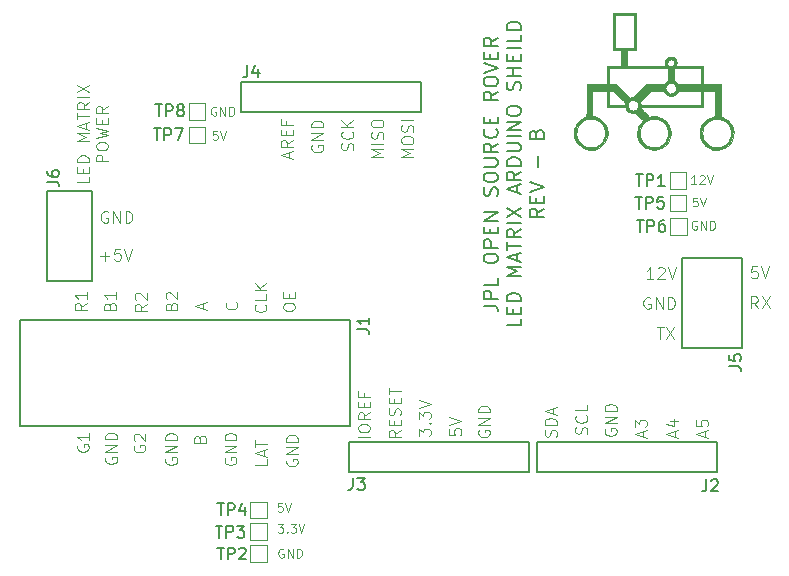
<source format=gbr>
G04 #@! TF.GenerationSoftware,KiCad,Pcbnew,(5.0.2)-1*
G04 #@! TF.CreationDate,2019-02-21T18:21:24-08:00*
G04 #@! TF.ProjectId,Arduino_uno_sheild,41726475-696e-46f5-9f75-6e6f5f736865,rev?*
G04 #@! TF.SameCoordinates,Original*
G04 #@! TF.FileFunction,Legend,Top*
G04 #@! TF.FilePolarity,Positive*
%FSLAX46Y46*%
G04 Gerber Fmt 4.6, Leading zero omitted, Abs format (unit mm)*
G04 Created by KiCad (PCBNEW (5.0.2)-1) date 2/21/2019 6:21:24 PM*
%MOMM*%
%LPD*%
G01*
G04 APERTURE LIST*
%ADD10C,0.100000*%
%ADD11C,0.150000*%
%ADD12C,0.120000*%
%ADD13C,0.010000*%
G04 APERTURE END LIST*
D10*
X17907071Y39808500D02*
X17835642Y39844214D01*
X17728500Y39844214D01*
X17621357Y39808500D01*
X17549928Y39737071D01*
X17514214Y39665642D01*
X17478500Y39522785D01*
X17478500Y39415642D01*
X17514214Y39272785D01*
X17549928Y39201357D01*
X17621357Y39129928D01*
X17728500Y39094214D01*
X17799928Y39094214D01*
X17907071Y39129928D01*
X17942785Y39165642D01*
X17942785Y39415642D01*
X17799928Y39415642D01*
X18264214Y39094214D02*
X18264214Y39844214D01*
X18692785Y39094214D01*
X18692785Y39844214D01*
X19049928Y39094214D02*
X19049928Y39844214D01*
X19228500Y39844214D01*
X19335642Y39808500D01*
X19407071Y39737071D01*
X19442785Y39665642D01*
X19478500Y39522785D01*
X19478500Y39415642D01*
X19442785Y39272785D01*
X19407071Y39201357D01*
X19335642Y39129928D01*
X19228500Y39094214D01*
X19049928Y39094214D01*
X18018142Y37812214D02*
X17661000Y37812214D01*
X17625285Y37455071D01*
X17661000Y37490785D01*
X17732428Y37526500D01*
X17911000Y37526500D01*
X17982428Y37490785D01*
X18018142Y37455071D01*
X18053857Y37383642D01*
X18053857Y37205071D01*
X18018142Y37133642D01*
X17982428Y37097928D01*
X17911000Y37062214D01*
X17732428Y37062214D01*
X17661000Y37097928D01*
X17625285Y37133642D01*
X18268142Y37812214D02*
X18518142Y37062214D01*
X18768142Y37812214D01*
X23622071Y2394300D02*
X23550642Y2430014D01*
X23443500Y2430014D01*
X23336357Y2394300D01*
X23264928Y2322871D01*
X23229214Y2251442D01*
X23193500Y2108585D01*
X23193500Y2001442D01*
X23229214Y1858585D01*
X23264928Y1787157D01*
X23336357Y1715728D01*
X23443500Y1680014D01*
X23514928Y1680014D01*
X23622071Y1715728D01*
X23657785Y1751442D01*
X23657785Y2001442D01*
X23514928Y2001442D01*
X23979214Y1680014D02*
X23979214Y2430014D01*
X24407785Y1680014D01*
X24407785Y2430014D01*
X24764928Y1680014D02*
X24764928Y2430014D01*
X24943500Y2430014D01*
X25050642Y2394300D01*
X25122071Y2322871D01*
X25157785Y2251442D01*
X25193500Y2108585D01*
X25193500Y2001442D01*
X25157785Y1858585D01*
X25122071Y1787157D01*
X25050642Y1715728D01*
X24943500Y1680014D01*
X24764928Y1680014D01*
X23149857Y4525514D02*
X23614142Y4525514D01*
X23364142Y4239800D01*
X23471285Y4239800D01*
X23542714Y4204085D01*
X23578428Y4168371D01*
X23614142Y4096942D01*
X23614142Y3918371D01*
X23578428Y3846942D01*
X23542714Y3811228D01*
X23471285Y3775514D01*
X23257000Y3775514D01*
X23185571Y3811228D01*
X23149857Y3846942D01*
X23935571Y3846942D02*
X23971285Y3811228D01*
X23935571Y3775514D01*
X23899857Y3811228D01*
X23935571Y3846942D01*
X23935571Y3775514D01*
X24221285Y4525514D02*
X24685571Y4525514D01*
X24435571Y4239800D01*
X24542714Y4239800D01*
X24614142Y4204085D01*
X24649857Y4168371D01*
X24685571Y4096942D01*
X24685571Y3918371D01*
X24649857Y3846942D01*
X24614142Y3811228D01*
X24542714Y3775514D01*
X24328428Y3775514D01*
X24257000Y3811228D01*
X24221285Y3846942D01*
X24899857Y4525514D02*
X25149857Y3775514D01*
X25399857Y4525514D01*
X23542642Y6303514D02*
X23185500Y6303514D01*
X23149785Y5946371D01*
X23185500Y5982085D01*
X23256928Y6017800D01*
X23435500Y6017800D01*
X23506928Y5982085D01*
X23542642Y5946371D01*
X23578357Y5874942D01*
X23578357Y5696371D01*
X23542642Y5624942D01*
X23506928Y5589228D01*
X23435500Y5553514D01*
X23256928Y5553514D01*
X23185500Y5589228D01*
X23149785Y5624942D01*
X23792642Y6303514D02*
X24042642Y5553514D01*
X24292642Y6303514D01*
X58610571Y30156500D02*
X58539142Y30192214D01*
X58432000Y30192214D01*
X58324857Y30156500D01*
X58253428Y30085071D01*
X58217714Y30013642D01*
X58182000Y29870785D01*
X58182000Y29763642D01*
X58217714Y29620785D01*
X58253428Y29549357D01*
X58324857Y29477928D01*
X58432000Y29442214D01*
X58503428Y29442214D01*
X58610571Y29477928D01*
X58646285Y29513642D01*
X58646285Y29763642D01*
X58503428Y29763642D01*
X58967714Y29442214D02*
X58967714Y30192214D01*
X59396285Y29442214D01*
X59396285Y30192214D01*
X59753428Y29442214D02*
X59753428Y30192214D01*
X59932000Y30192214D01*
X60039142Y30156500D01*
X60110571Y30085071D01*
X60146285Y30013642D01*
X60182000Y29870785D01*
X60182000Y29763642D01*
X60146285Y29620785D01*
X60110571Y29549357D01*
X60039142Y29477928D01*
X59932000Y29442214D01*
X59753428Y29442214D01*
X58658142Y32160714D02*
X58301000Y32160714D01*
X58265285Y31803571D01*
X58301000Y31839285D01*
X58372428Y31875000D01*
X58551000Y31875000D01*
X58622428Y31839285D01*
X58658142Y31803571D01*
X58693857Y31732142D01*
X58693857Y31553571D01*
X58658142Y31482142D01*
X58622428Y31446428D01*
X58551000Y31410714D01*
X58372428Y31410714D01*
X58301000Y31446428D01*
X58265285Y31482142D01*
X58908142Y32160714D02*
X59158142Y31410714D01*
X59408142Y32160714D01*
X58590714Y33315714D02*
X58162142Y33315714D01*
X58376428Y33315714D02*
X58376428Y34065714D01*
X58305000Y33958571D01*
X58233571Y33887142D01*
X58162142Y33851428D01*
X58876428Y33994285D02*
X58912142Y34030000D01*
X58983571Y34065714D01*
X59162142Y34065714D01*
X59233571Y34030000D01*
X59269285Y33994285D01*
X59305000Y33922857D01*
X59305000Y33851428D01*
X59269285Y33744285D01*
X58840714Y33315714D01*
X59305000Y33315714D01*
X59519285Y34065714D02*
X59769285Y33315714D01*
X60019285Y34065714D01*
X8737695Y30980000D02*
X8642457Y31027619D01*
X8499600Y31027619D01*
X8356742Y30980000D01*
X8261504Y30884761D01*
X8213885Y30789523D01*
X8166266Y30599047D01*
X8166266Y30456190D01*
X8213885Y30265714D01*
X8261504Y30170476D01*
X8356742Y30075238D01*
X8499600Y30027619D01*
X8594838Y30027619D01*
X8737695Y30075238D01*
X8785314Y30122857D01*
X8785314Y30456190D01*
X8594838Y30456190D01*
X9213885Y30027619D02*
X9213885Y31027619D01*
X9785314Y30027619D01*
X9785314Y31027619D01*
X10261504Y30027619D02*
X10261504Y31027619D01*
X10499600Y31027619D01*
X10642457Y30980000D01*
X10737695Y30884761D01*
X10785314Y30789523D01*
X10832933Y30599047D01*
X10832933Y30456190D01*
X10785314Y30265714D01*
X10737695Y30170476D01*
X10642457Y30075238D01*
X10499600Y30027619D01*
X10261504Y30027619D01*
X8112285Y27208171D02*
X8874190Y27208171D01*
X8493238Y26827219D02*
X8493238Y27589123D01*
X9826571Y27827219D02*
X9350380Y27827219D01*
X9302761Y27351028D01*
X9350380Y27398647D01*
X9445619Y27446266D01*
X9683714Y27446266D01*
X9778952Y27398647D01*
X9826571Y27351028D01*
X9874190Y27255790D01*
X9874190Y27017695D01*
X9826571Y26922457D01*
X9778952Y26874838D01*
X9683714Y26827219D01*
X9445619Y26827219D01*
X9350380Y26874838D01*
X9302761Y26922457D01*
X10159904Y27827219D02*
X10493238Y26827219D01*
X10826571Y27827219D01*
X7170780Y33922152D02*
X7170780Y33445961D01*
X6170780Y33445961D01*
X6646971Y34255485D02*
X6646971Y34588819D01*
X7170780Y34731676D02*
X7170780Y34255485D01*
X6170780Y34255485D01*
X6170780Y34731676D01*
X7170780Y35160247D02*
X6170780Y35160247D01*
X6170780Y35398342D01*
X6218400Y35541200D01*
X6313638Y35636438D01*
X6408876Y35684057D01*
X6599352Y35731676D01*
X6742209Y35731676D01*
X6932685Y35684057D01*
X7027923Y35636438D01*
X7123161Y35541200D01*
X7170780Y35398342D01*
X7170780Y35160247D01*
X7170780Y36922152D02*
X6170780Y36922152D01*
X6885066Y37255485D01*
X6170780Y37588819D01*
X7170780Y37588819D01*
X6885066Y38017390D02*
X6885066Y38493580D01*
X7170780Y37922152D02*
X6170780Y38255485D01*
X7170780Y38588819D01*
X6170780Y38779295D02*
X6170780Y39350723D01*
X7170780Y39065009D02*
X6170780Y39065009D01*
X7170780Y40255485D02*
X6694590Y39922152D01*
X7170780Y39684057D02*
X6170780Y39684057D01*
X6170780Y40065009D01*
X6218400Y40160247D01*
X6266019Y40207866D01*
X6361257Y40255485D01*
X6504114Y40255485D01*
X6599352Y40207866D01*
X6646971Y40160247D01*
X6694590Y40065009D01*
X6694590Y39684057D01*
X7170780Y40684057D02*
X6170780Y40684057D01*
X6170780Y41065009D02*
X7170780Y41731676D01*
X6170780Y41731676D02*
X7170780Y41065009D01*
X8770780Y35231676D02*
X7770780Y35231676D01*
X7770780Y35612628D01*
X7818400Y35707866D01*
X7866019Y35755485D01*
X7961257Y35803104D01*
X8104114Y35803104D01*
X8199352Y35755485D01*
X8246971Y35707866D01*
X8294590Y35612628D01*
X8294590Y35231676D01*
X7770780Y36422152D02*
X7770780Y36612628D01*
X7818400Y36707866D01*
X7913638Y36803104D01*
X8104114Y36850723D01*
X8437447Y36850723D01*
X8627923Y36803104D01*
X8723161Y36707866D01*
X8770780Y36612628D01*
X8770780Y36422152D01*
X8723161Y36326914D01*
X8627923Y36231676D01*
X8437447Y36184057D01*
X8104114Y36184057D01*
X7913638Y36231676D01*
X7818400Y36326914D01*
X7770780Y36422152D01*
X7770780Y37184057D02*
X8770780Y37422152D01*
X8056495Y37612628D01*
X8770780Y37803104D01*
X7770780Y38041200D01*
X8246971Y38422152D02*
X8246971Y38755485D01*
X8770780Y38898342D02*
X8770780Y38422152D01*
X7770780Y38422152D01*
X7770780Y38898342D01*
X8770780Y39898342D02*
X8294590Y39565009D01*
X8770780Y39326914D02*
X7770780Y39326914D01*
X7770780Y39707866D01*
X7818400Y39803104D01*
X7866019Y39850723D01*
X7961257Y39898342D01*
X8104114Y39898342D01*
X8199352Y39850723D01*
X8246971Y39803104D01*
X8294590Y39707866D01*
X8294590Y39326914D01*
X63777833Y22788619D02*
X63444500Y23264809D01*
X63206404Y22788619D02*
X63206404Y23788619D01*
X63587357Y23788619D01*
X63682595Y23741000D01*
X63730214Y23693380D01*
X63777833Y23598142D01*
X63777833Y23455285D01*
X63730214Y23360047D01*
X63682595Y23312428D01*
X63587357Y23264809D01*
X63206404Y23264809D01*
X64111166Y23788619D02*
X64777833Y22788619D01*
X64777833Y23788619D02*
X64111166Y22788619D01*
X63754023Y26328619D02*
X63277833Y26328619D01*
X63230214Y25852428D01*
X63277833Y25900047D01*
X63373071Y25947666D01*
X63611166Y25947666D01*
X63706404Y25900047D01*
X63754023Y25852428D01*
X63801642Y25757190D01*
X63801642Y25519095D01*
X63754023Y25423857D01*
X63706404Y25376238D01*
X63611166Y25328619D01*
X63373071Y25328619D01*
X63277833Y25376238D01*
X63230214Y25423857D01*
X64087357Y26328619D02*
X64420690Y25328619D01*
X64754023Y26328619D01*
X54943452Y25265119D02*
X54372023Y25265119D01*
X54657738Y25265119D02*
X54657738Y26265119D01*
X54562500Y26122261D01*
X54467261Y26027023D01*
X54372023Y25979404D01*
X55324404Y26169880D02*
X55372023Y26217500D01*
X55467261Y26265119D01*
X55705357Y26265119D01*
X55800595Y26217500D01*
X55848214Y26169880D01*
X55895833Y26074642D01*
X55895833Y25979404D01*
X55848214Y25836547D01*
X55276785Y25265119D01*
X55895833Y25265119D01*
X56181547Y26265119D02*
X56514880Y25265119D01*
X56848214Y26265119D01*
X54673595Y23677500D02*
X54578357Y23725119D01*
X54435500Y23725119D01*
X54292642Y23677500D01*
X54197404Y23582261D01*
X54149785Y23487023D01*
X54102166Y23296547D01*
X54102166Y23153690D01*
X54149785Y22963214D01*
X54197404Y22867976D01*
X54292642Y22772738D01*
X54435500Y22725119D01*
X54530738Y22725119D01*
X54673595Y22772738D01*
X54721214Y22820357D01*
X54721214Y23153690D01*
X54530738Y23153690D01*
X55149785Y22725119D02*
X55149785Y23725119D01*
X55721214Y22725119D01*
X55721214Y23725119D01*
X56197404Y22725119D02*
X56197404Y23725119D01*
X56435500Y23725119D01*
X56578357Y23677500D01*
X56673595Y23582261D01*
X56721214Y23487023D01*
X56768833Y23296547D01*
X56768833Y23153690D01*
X56721214Y22963214D01*
X56673595Y22867976D01*
X56578357Y22772738D01*
X56435500Y22725119D01*
X56197404Y22725119D01*
X55245095Y21185119D02*
X55816523Y21185119D01*
X55530809Y20185119D02*
X55530809Y21185119D01*
X56054619Y21185119D02*
X56721285Y20185119D01*
X56721285Y21185119D02*
X56054619Y20185119D01*
X59285166Y11922214D02*
X59285166Y12398404D01*
X59570880Y11826976D02*
X58570880Y12160309D01*
X59570880Y12493642D01*
X58570880Y13303166D02*
X58570880Y12826976D01*
X59047071Y12779357D01*
X58999452Y12826976D01*
X58951833Y12922214D01*
X58951833Y13160309D01*
X58999452Y13255547D01*
X59047071Y13303166D01*
X59142309Y13350785D01*
X59380404Y13350785D01*
X59475642Y13303166D01*
X59523261Y13255547D01*
X59570880Y13160309D01*
X59570880Y12922214D01*
X59523261Y12826976D01*
X59475642Y12779357D01*
X56745166Y11922214D02*
X56745166Y12398404D01*
X57030880Y11826976D02*
X56030880Y12160309D01*
X57030880Y12493642D01*
X56364214Y13255547D02*
X57030880Y13255547D01*
X55983261Y13017452D02*
X56697547Y12779357D01*
X56697547Y13398404D01*
X54078166Y11922214D02*
X54078166Y12398404D01*
X54363880Y11826976D02*
X53363880Y12160309D01*
X54363880Y12493642D01*
X53363880Y12731738D02*
X53363880Y13350785D01*
X53744833Y13017452D01*
X53744833Y13160309D01*
X53792452Y13255547D01*
X53840071Y13303166D01*
X53935309Y13350785D01*
X54173404Y13350785D01*
X54268642Y13303166D01*
X54316261Y13255547D01*
X54363880Y13160309D01*
X54363880Y12874595D01*
X54316261Y12779357D01*
X54268642Y12731738D01*
X50871500Y12573095D02*
X50823880Y12477857D01*
X50823880Y12335000D01*
X50871500Y12192142D01*
X50966738Y12096904D01*
X51061976Y12049285D01*
X51252452Y12001666D01*
X51395309Y12001666D01*
X51585785Y12049285D01*
X51681023Y12096904D01*
X51776261Y12192142D01*
X51823880Y12335000D01*
X51823880Y12430238D01*
X51776261Y12573095D01*
X51728642Y12620714D01*
X51395309Y12620714D01*
X51395309Y12430238D01*
X51823880Y13049285D02*
X50823880Y13049285D01*
X51823880Y13620714D01*
X50823880Y13620714D01*
X51823880Y14096904D02*
X50823880Y14096904D01*
X50823880Y14335000D01*
X50871500Y14477857D01*
X50966738Y14573095D01*
X51061976Y14620714D01*
X51252452Y14668333D01*
X51395309Y14668333D01*
X51585785Y14620714D01*
X51681023Y14573095D01*
X51776261Y14477857D01*
X51823880Y14335000D01*
X51823880Y14096904D01*
X49299761Y12144523D02*
X49347380Y12287380D01*
X49347380Y12525476D01*
X49299761Y12620714D01*
X49252142Y12668333D01*
X49156904Y12715952D01*
X49061666Y12715952D01*
X48966428Y12668333D01*
X48918809Y12620714D01*
X48871190Y12525476D01*
X48823571Y12335000D01*
X48775952Y12239761D01*
X48728333Y12192142D01*
X48633095Y12144523D01*
X48537857Y12144523D01*
X48442619Y12192142D01*
X48395000Y12239761D01*
X48347380Y12335000D01*
X48347380Y12573095D01*
X48395000Y12715952D01*
X49252142Y13715952D02*
X49299761Y13668333D01*
X49347380Y13525476D01*
X49347380Y13430238D01*
X49299761Y13287380D01*
X49204523Y13192142D01*
X49109285Y13144523D01*
X48918809Y13096904D01*
X48775952Y13096904D01*
X48585476Y13144523D01*
X48490238Y13192142D01*
X48395000Y13287380D01*
X48347380Y13430238D01*
X48347380Y13525476D01*
X48395000Y13668333D01*
X48442619Y13715952D01*
X49347380Y14620714D02*
X49347380Y14144523D01*
X48347380Y14144523D01*
X46696261Y11930214D02*
X46743880Y12073071D01*
X46743880Y12311166D01*
X46696261Y12406404D01*
X46648642Y12454023D01*
X46553404Y12501642D01*
X46458166Y12501642D01*
X46362928Y12454023D01*
X46315309Y12406404D01*
X46267690Y12311166D01*
X46220071Y12120690D01*
X46172452Y12025452D01*
X46124833Y11977833D01*
X46029595Y11930214D01*
X45934357Y11930214D01*
X45839119Y11977833D01*
X45791500Y12025452D01*
X45743880Y12120690D01*
X45743880Y12358785D01*
X45791500Y12501642D01*
X46743880Y12930214D02*
X45743880Y12930214D01*
X45743880Y13168309D01*
X45791500Y13311166D01*
X45886738Y13406404D01*
X45981976Y13454023D01*
X46172452Y13501642D01*
X46315309Y13501642D01*
X46505785Y13454023D01*
X46601023Y13406404D01*
X46696261Y13311166D01*
X46743880Y13168309D01*
X46743880Y12930214D01*
X46458166Y13882595D02*
X46458166Y14358785D01*
X46743880Y13787357D02*
X45743880Y14120690D01*
X46743880Y14454023D01*
X40140000Y12446095D02*
X40092380Y12350857D01*
X40092380Y12208000D01*
X40140000Y12065142D01*
X40235238Y11969904D01*
X40330476Y11922285D01*
X40520952Y11874666D01*
X40663809Y11874666D01*
X40854285Y11922285D01*
X40949523Y11969904D01*
X41044761Y12065142D01*
X41092380Y12208000D01*
X41092380Y12303238D01*
X41044761Y12446095D01*
X40997142Y12493714D01*
X40663809Y12493714D01*
X40663809Y12303238D01*
X41092380Y12922285D02*
X40092380Y12922285D01*
X41092380Y13493714D01*
X40092380Y13493714D01*
X41092380Y13969904D02*
X40092380Y13969904D01*
X40092380Y14208000D01*
X40140000Y14350857D01*
X40235238Y14446095D01*
X40330476Y14493714D01*
X40520952Y14541333D01*
X40663809Y14541333D01*
X40854285Y14493714D01*
X40949523Y14446095D01*
X41044761Y14350857D01*
X41092380Y14208000D01*
X41092380Y13969904D01*
X37679380Y12573023D02*
X37679380Y12096833D01*
X38155571Y12049214D01*
X38107952Y12096833D01*
X38060333Y12192071D01*
X38060333Y12430166D01*
X38107952Y12525404D01*
X38155571Y12573023D01*
X38250809Y12620642D01*
X38488904Y12620642D01*
X38584142Y12573023D01*
X38631761Y12525404D01*
X38679380Y12430166D01*
X38679380Y12192071D01*
X38631761Y12096833D01*
X38584142Y12049214D01*
X37679380Y12906357D02*
X38679380Y13239690D01*
X37679380Y13573023D01*
X35075880Y11985809D02*
X35075880Y12604857D01*
X35456833Y12271523D01*
X35456833Y12414380D01*
X35504452Y12509619D01*
X35552071Y12557238D01*
X35647309Y12604857D01*
X35885404Y12604857D01*
X35980642Y12557238D01*
X36028261Y12509619D01*
X36075880Y12414380D01*
X36075880Y12128666D01*
X36028261Y12033428D01*
X35980642Y11985809D01*
X35980642Y13033428D02*
X36028261Y13081047D01*
X36075880Y13033428D01*
X36028261Y12985809D01*
X35980642Y13033428D01*
X36075880Y13033428D01*
X35075880Y13414380D02*
X35075880Y14033428D01*
X35456833Y13700095D01*
X35456833Y13842952D01*
X35504452Y13938190D01*
X35552071Y13985809D01*
X35647309Y14033428D01*
X35885404Y14033428D01*
X35980642Y13985809D01*
X36028261Y13938190D01*
X36075880Y13842952D01*
X36075880Y13557238D01*
X36028261Y13462000D01*
X35980642Y13414380D01*
X35075880Y14319142D02*
X36075880Y14652476D01*
X35075880Y14985809D01*
X33535880Y12454119D02*
X33059690Y12120785D01*
X33535880Y11882690D02*
X32535880Y11882690D01*
X32535880Y12263642D01*
X32583500Y12358880D01*
X32631119Y12406500D01*
X32726357Y12454119D01*
X32869214Y12454119D01*
X32964452Y12406500D01*
X33012071Y12358880D01*
X33059690Y12263642D01*
X33059690Y11882690D01*
X33012071Y12882690D02*
X33012071Y13216023D01*
X33535880Y13358880D02*
X33535880Y12882690D01*
X32535880Y12882690D01*
X32535880Y13358880D01*
X33488261Y13739833D02*
X33535880Y13882690D01*
X33535880Y14120785D01*
X33488261Y14216023D01*
X33440642Y14263642D01*
X33345404Y14311261D01*
X33250166Y14311261D01*
X33154928Y14263642D01*
X33107309Y14216023D01*
X33059690Y14120785D01*
X33012071Y13930309D01*
X32964452Y13835071D01*
X32916833Y13787452D01*
X32821595Y13739833D01*
X32726357Y13739833D01*
X32631119Y13787452D01*
X32583500Y13835071D01*
X32535880Y13930309D01*
X32535880Y14168404D01*
X32583500Y14311261D01*
X33012071Y14739833D02*
X33012071Y15073166D01*
X33535880Y15216023D02*
X33535880Y14739833D01*
X32535880Y14739833D01*
X32535880Y15216023D01*
X32535880Y15501738D02*
X32535880Y16073166D01*
X33535880Y15787452D02*
X32535880Y15787452D01*
X30932380Y11874738D02*
X29932380Y11874738D01*
X29932380Y12541404D02*
X29932380Y12731880D01*
X29980000Y12827119D01*
X30075238Y12922357D01*
X30265714Y12969976D01*
X30599047Y12969976D01*
X30789523Y12922357D01*
X30884761Y12827119D01*
X30932380Y12731880D01*
X30932380Y12541404D01*
X30884761Y12446166D01*
X30789523Y12350928D01*
X30599047Y12303309D01*
X30265714Y12303309D01*
X30075238Y12350928D01*
X29980000Y12446166D01*
X29932380Y12541404D01*
X30932380Y13969976D02*
X30456190Y13636642D01*
X30932380Y13398547D02*
X29932380Y13398547D01*
X29932380Y13779500D01*
X29980000Y13874738D01*
X30027619Y13922357D01*
X30122857Y13969976D01*
X30265714Y13969976D01*
X30360952Y13922357D01*
X30408571Y13874738D01*
X30456190Y13779500D01*
X30456190Y13398547D01*
X30408571Y14398547D02*
X30408571Y14731880D01*
X30932380Y14874738D02*
X30932380Y14398547D01*
X29932380Y14398547D01*
X29932380Y14874738D01*
X30408571Y15636642D02*
X30408571Y15303309D01*
X30932380Y15303309D02*
X29932380Y15303309D01*
X29932380Y15779500D01*
X23582380Y22820380D02*
X23582380Y23010857D01*
X23630000Y23106095D01*
X23725238Y23201333D01*
X23915714Y23248952D01*
X24249047Y23248952D01*
X24439523Y23201333D01*
X24534761Y23106095D01*
X24582380Y23010857D01*
X24582380Y22820380D01*
X24534761Y22725142D01*
X24439523Y22629904D01*
X24249047Y22582285D01*
X23915714Y22582285D01*
X23725238Y22629904D01*
X23630000Y22725142D01*
X23582380Y22820380D01*
X24058571Y23677523D02*
X24058571Y24010857D01*
X24582380Y24153714D02*
X24582380Y23677523D01*
X23582380Y23677523D01*
X23582380Y24153714D01*
X22086842Y23102961D02*
X22134461Y23055342D01*
X22182080Y22912485D01*
X22182080Y22817247D01*
X22134461Y22674390D01*
X22039223Y22579152D01*
X21943985Y22531533D01*
X21753509Y22483914D01*
X21610652Y22483914D01*
X21420176Y22531533D01*
X21324938Y22579152D01*
X21229700Y22674390D01*
X21182080Y22817247D01*
X21182080Y22912485D01*
X21229700Y23055342D01*
X21277319Y23102961D01*
X22182080Y24007723D02*
X22182080Y23531533D01*
X21182080Y23531533D01*
X22182080Y24341057D02*
X21182080Y24341057D01*
X22182080Y24912485D02*
X21610652Y24483914D01*
X21182080Y24912485D02*
X21753509Y24341057D01*
X19635742Y23309223D02*
X19683361Y23261604D01*
X19730980Y23118747D01*
X19730980Y23023509D01*
X19683361Y22880652D01*
X19588123Y22785414D01*
X19492885Y22737795D01*
X19302409Y22690176D01*
X19159552Y22690176D01*
X18969076Y22737795D01*
X18873838Y22785414D01*
X18778600Y22880652D01*
X18730980Y23023509D01*
X18730980Y23118747D01*
X18778600Y23261604D01*
X18826219Y23309223D01*
X16841766Y22761604D02*
X16841766Y23237795D01*
X17127480Y22666366D02*
X16127480Y22999700D01*
X17127480Y23333033D01*
X14114471Y22975938D02*
X14162090Y23118795D01*
X14209709Y23166414D01*
X14304947Y23214033D01*
X14447804Y23214033D01*
X14543042Y23166414D01*
X14590661Y23118795D01*
X14638280Y23023557D01*
X14638280Y22642604D01*
X13638280Y22642604D01*
X13638280Y22975938D01*
X13685900Y23071176D01*
X13733519Y23118795D01*
X13828757Y23166414D01*
X13923995Y23166414D01*
X14019233Y23118795D01*
X14066852Y23071176D01*
X14114471Y22975938D01*
X14114471Y22642604D01*
X13733519Y23594985D02*
X13685900Y23642604D01*
X13638280Y23737842D01*
X13638280Y23975938D01*
X13685900Y24071176D01*
X13733519Y24118795D01*
X13828757Y24166414D01*
X13923995Y24166414D01*
X14066852Y24118795D01*
X14638280Y23547366D01*
X14638280Y24166414D01*
X12034780Y23150533D02*
X11558590Y22817200D01*
X12034780Y22579104D02*
X11034780Y22579104D01*
X11034780Y22960057D01*
X11082400Y23055295D01*
X11130019Y23102914D01*
X11225257Y23150533D01*
X11368114Y23150533D01*
X11463352Y23102914D01*
X11510971Y23055295D01*
X11558590Y22960057D01*
X11558590Y22579104D01*
X11130019Y23531485D02*
X11082400Y23579104D01*
X11034780Y23674342D01*
X11034780Y23912438D01*
X11082400Y24007676D01*
X11130019Y24055295D01*
X11225257Y24102914D01*
X11320495Y24102914D01*
X11463352Y24055295D01*
X12034780Y23483866D01*
X12034780Y24102914D01*
X8907471Y22975938D02*
X8955090Y23118795D01*
X9002709Y23166414D01*
X9097947Y23214033D01*
X9240804Y23214033D01*
X9336042Y23166414D01*
X9383661Y23118795D01*
X9431280Y23023557D01*
X9431280Y22642604D01*
X8431280Y22642604D01*
X8431280Y22975938D01*
X8478900Y23071176D01*
X8526519Y23118795D01*
X8621757Y23166414D01*
X8716995Y23166414D01*
X8812233Y23118795D01*
X8859852Y23071176D01*
X8907471Y22975938D01*
X8907471Y22642604D01*
X9431280Y24166414D02*
X9431280Y23594985D01*
X9431280Y23880700D02*
X8431280Y23880700D01*
X8574138Y23785461D01*
X8669376Y23690223D01*
X8716995Y23594985D01*
X6954780Y23214033D02*
X6478590Y22880700D01*
X6954780Y22642604D02*
X5954780Y22642604D01*
X5954780Y23023557D01*
X6002400Y23118795D01*
X6050019Y23166414D01*
X6145257Y23214033D01*
X6288114Y23214033D01*
X6383352Y23166414D01*
X6430971Y23118795D01*
X6478590Y23023557D01*
X6478590Y22642604D01*
X6954780Y24166414D02*
X6954780Y23594985D01*
X6954780Y23880700D02*
X5954780Y23880700D01*
X6097638Y23785461D01*
X6192876Y23690223D01*
X6240495Y23594985D01*
X23896700Y9982295D02*
X23849080Y9887057D01*
X23849080Y9744200D01*
X23896700Y9601342D01*
X23991938Y9506104D01*
X24087176Y9458485D01*
X24277652Y9410866D01*
X24420509Y9410866D01*
X24610985Y9458485D01*
X24706223Y9506104D01*
X24801461Y9601342D01*
X24849080Y9744200D01*
X24849080Y9839438D01*
X24801461Y9982295D01*
X24753842Y10029914D01*
X24420509Y10029914D01*
X24420509Y9839438D01*
X24849080Y10458485D02*
X23849080Y10458485D01*
X24849080Y11029914D01*
X23849080Y11029914D01*
X24849080Y11506104D02*
X23849080Y11506104D01*
X23849080Y11744200D01*
X23896700Y11887057D01*
X23991938Y11982295D01*
X24087176Y12029914D01*
X24277652Y12077533D01*
X24420509Y12077533D01*
X24610985Y12029914D01*
X24706223Y11982295D01*
X24801461Y11887057D01*
X24849080Y11744200D01*
X24849080Y11506104D01*
X22245580Y9990200D02*
X22245580Y9514009D01*
X21245580Y9514009D01*
X21959866Y10275914D02*
X21959866Y10752104D01*
X22245580Y10180676D02*
X21245580Y10514009D01*
X22245580Y10847342D01*
X21245580Y11037819D02*
X21245580Y11609247D01*
X22245580Y11323533D02*
X21245580Y11323533D01*
X18689700Y10109295D02*
X18642080Y10014057D01*
X18642080Y9871200D01*
X18689700Y9728342D01*
X18784938Y9633104D01*
X18880176Y9585485D01*
X19070652Y9537866D01*
X19213509Y9537866D01*
X19403985Y9585485D01*
X19499223Y9633104D01*
X19594461Y9728342D01*
X19642080Y9871200D01*
X19642080Y9966438D01*
X19594461Y10109295D01*
X19546842Y10156914D01*
X19213509Y10156914D01*
X19213509Y9966438D01*
X19642080Y10585485D02*
X18642080Y10585485D01*
X19642080Y11156914D01*
X18642080Y11156914D01*
X19642080Y11633104D02*
X18642080Y11633104D01*
X18642080Y11871200D01*
X18689700Y12014057D01*
X18784938Y12109295D01*
X18880176Y12156914D01*
X19070652Y12204533D01*
X19213509Y12204533D01*
X19403985Y12156914D01*
X19499223Y12109295D01*
X19594461Y12014057D01*
X19642080Y11871200D01*
X19642080Y11633104D01*
X16540171Y11755428D02*
X16587790Y11898285D01*
X16635409Y11945904D01*
X16730647Y11993523D01*
X16873504Y11993523D01*
X16968742Y11945904D01*
X17016361Y11898285D01*
X17063980Y11803047D01*
X17063980Y11422095D01*
X16063980Y11422095D01*
X16063980Y11755428D01*
X16111600Y11850666D01*
X16159219Y11898285D01*
X16254457Y11945904D01*
X16349695Y11945904D01*
X16444933Y11898285D01*
X16492552Y11850666D01*
X16540171Y11755428D01*
X16540171Y11422095D01*
X13673200Y10109295D02*
X13625580Y10014057D01*
X13625580Y9871200D01*
X13673200Y9728342D01*
X13768438Y9633104D01*
X13863676Y9585485D01*
X14054152Y9537866D01*
X14197009Y9537866D01*
X14387485Y9585485D01*
X14482723Y9633104D01*
X14577961Y9728342D01*
X14625580Y9871200D01*
X14625580Y9966438D01*
X14577961Y10109295D01*
X14530342Y10156914D01*
X14197009Y10156914D01*
X14197009Y9966438D01*
X14625580Y10585485D02*
X13625580Y10585485D01*
X14625580Y11156914D01*
X13625580Y11156914D01*
X14625580Y11633104D02*
X13625580Y11633104D01*
X13625580Y11871200D01*
X13673200Y12014057D01*
X13768438Y12109295D01*
X13863676Y12156914D01*
X14054152Y12204533D01*
X14197009Y12204533D01*
X14387485Y12156914D01*
X14482723Y12109295D01*
X14577961Y12014057D01*
X14625580Y11871200D01*
X14625580Y11633104D01*
X10980800Y11164914D02*
X10933180Y11069676D01*
X10933180Y10926819D01*
X10980800Y10783961D01*
X11076038Y10688723D01*
X11171276Y10641104D01*
X11361752Y10593485D01*
X11504609Y10593485D01*
X11695085Y10641104D01*
X11790323Y10688723D01*
X11885561Y10783961D01*
X11933180Y10926819D01*
X11933180Y11022057D01*
X11885561Y11164914D01*
X11837942Y11212533D01*
X11504609Y11212533D01*
X11504609Y11022057D01*
X11028419Y11593485D02*
X10980800Y11641104D01*
X10933180Y11736342D01*
X10933180Y11974438D01*
X10980800Y12069676D01*
X11028419Y12117295D01*
X11123657Y12164914D01*
X11218895Y12164914D01*
X11361752Y12117295D01*
X11933180Y11545866D01*
X11933180Y12164914D01*
X8593200Y10172795D02*
X8545580Y10077557D01*
X8545580Y9934700D01*
X8593200Y9791842D01*
X8688438Y9696604D01*
X8783676Y9648985D01*
X8974152Y9601366D01*
X9117009Y9601366D01*
X9307485Y9648985D01*
X9402723Y9696604D01*
X9497961Y9791842D01*
X9545580Y9934700D01*
X9545580Y10029938D01*
X9497961Y10172795D01*
X9450342Y10220414D01*
X9117009Y10220414D01*
X9117009Y10029938D01*
X9545580Y10648985D02*
X8545580Y10648985D01*
X9545580Y11220414D01*
X8545580Y11220414D01*
X9545580Y11696604D02*
X8545580Y11696604D01*
X8545580Y11934700D01*
X8593200Y12077557D01*
X8688438Y12172795D01*
X8783676Y12220414D01*
X8974152Y12268033D01*
X9117009Y12268033D01*
X9307485Y12220414D01*
X9402723Y12172795D01*
X9497961Y12077557D01*
X9545580Y11934700D01*
X9545580Y11696604D01*
X6205600Y11215714D02*
X6157980Y11120476D01*
X6157980Y10977619D01*
X6205600Y10834761D01*
X6300838Y10739523D01*
X6396076Y10691904D01*
X6586552Y10644285D01*
X6729409Y10644285D01*
X6919885Y10691904D01*
X7015123Y10739523D01*
X7110361Y10834761D01*
X7157980Y10977619D01*
X7157980Y11072857D01*
X7110361Y11215714D01*
X7062742Y11263333D01*
X6729409Y11263333D01*
X6729409Y11072857D01*
X7157980Y12215714D02*
X7157980Y11644285D01*
X7157980Y11930000D02*
X6157980Y11930000D01*
X6300838Y11834761D01*
X6396076Y11739523D01*
X6443695Y11644285D01*
X34615380Y35576071D02*
X33615380Y35576071D01*
X34329666Y35909404D01*
X33615380Y36242738D01*
X34615380Y36242738D01*
X33615380Y36909404D02*
X33615380Y37099880D01*
X33663000Y37195119D01*
X33758238Y37290357D01*
X33948714Y37337976D01*
X34282047Y37337976D01*
X34472523Y37290357D01*
X34567761Y37195119D01*
X34615380Y37099880D01*
X34615380Y36909404D01*
X34567761Y36814166D01*
X34472523Y36718928D01*
X34282047Y36671309D01*
X33948714Y36671309D01*
X33758238Y36718928D01*
X33663000Y36814166D01*
X33615380Y36909404D01*
X34567761Y37718928D02*
X34615380Y37861785D01*
X34615380Y38099880D01*
X34567761Y38195119D01*
X34520142Y38242738D01*
X34424904Y38290357D01*
X34329666Y38290357D01*
X34234428Y38242738D01*
X34186809Y38195119D01*
X34139190Y38099880D01*
X34091571Y37909404D01*
X34043952Y37814166D01*
X33996333Y37766547D01*
X33901095Y37718928D01*
X33805857Y37718928D01*
X33710619Y37766547D01*
X33663000Y37814166D01*
X33615380Y37909404D01*
X33615380Y38147500D01*
X33663000Y38290357D01*
X34615380Y38718928D02*
X33615380Y38718928D01*
X32075380Y35576071D02*
X31075380Y35576071D01*
X31789666Y35909404D01*
X31075380Y36242738D01*
X32075380Y36242738D01*
X32075380Y36718928D02*
X31075380Y36718928D01*
X32027761Y37147500D02*
X32075380Y37290357D01*
X32075380Y37528452D01*
X32027761Y37623690D01*
X31980142Y37671309D01*
X31884904Y37718928D01*
X31789666Y37718928D01*
X31694428Y37671309D01*
X31646809Y37623690D01*
X31599190Y37528452D01*
X31551571Y37337976D01*
X31503952Y37242738D01*
X31456333Y37195119D01*
X31361095Y37147500D01*
X31265857Y37147500D01*
X31170619Y37195119D01*
X31123000Y37242738D01*
X31075380Y37337976D01*
X31075380Y37576071D01*
X31123000Y37718928D01*
X31075380Y38337976D02*
X31075380Y38528452D01*
X31123000Y38623690D01*
X31218238Y38718928D01*
X31408714Y38766547D01*
X31742047Y38766547D01*
X31932523Y38718928D01*
X32027761Y38623690D01*
X32075380Y38528452D01*
X32075380Y38337976D01*
X32027761Y38242738D01*
X31932523Y38147500D01*
X31742047Y38099880D01*
X31408714Y38099880D01*
X31218238Y38147500D01*
X31123000Y38242738D01*
X31075380Y38337976D01*
X29487761Y36179285D02*
X29535380Y36322142D01*
X29535380Y36560238D01*
X29487761Y36655476D01*
X29440142Y36703095D01*
X29344904Y36750714D01*
X29249666Y36750714D01*
X29154428Y36703095D01*
X29106809Y36655476D01*
X29059190Y36560238D01*
X29011571Y36369761D01*
X28963952Y36274523D01*
X28916333Y36226904D01*
X28821095Y36179285D01*
X28725857Y36179285D01*
X28630619Y36226904D01*
X28583000Y36274523D01*
X28535380Y36369761D01*
X28535380Y36607857D01*
X28583000Y36750714D01*
X29440142Y37750714D02*
X29487761Y37703095D01*
X29535380Y37560238D01*
X29535380Y37465000D01*
X29487761Y37322142D01*
X29392523Y37226904D01*
X29297285Y37179285D01*
X29106809Y37131666D01*
X28963952Y37131666D01*
X28773476Y37179285D01*
X28678238Y37226904D01*
X28583000Y37322142D01*
X28535380Y37465000D01*
X28535380Y37560238D01*
X28583000Y37703095D01*
X28630619Y37750714D01*
X29535380Y38179285D02*
X28535380Y38179285D01*
X29535380Y38750714D02*
X28963952Y38322142D01*
X28535380Y38750714D02*
X29106809Y38179285D01*
X26043000Y36576095D02*
X25995380Y36480857D01*
X25995380Y36338000D01*
X26043000Y36195142D01*
X26138238Y36099904D01*
X26233476Y36052285D01*
X26423952Y36004666D01*
X26566809Y36004666D01*
X26757285Y36052285D01*
X26852523Y36099904D01*
X26947761Y36195142D01*
X26995380Y36338000D01*
X26995380Y36433238D01*
X26947761Y36576095D01*
X26900142Y36623714D01*
X26566809Y36623714D01*
X26566809Y36433238D01*
X26995380Y37052285D02*
X25995380Y37052285D01*
X26995380Y37623714D01*
X25995380Y37623714D01*
X26995380Y38099904D02*
X25995380Y38099904D01*
X25995380Y38338000D01*
X26043000Y38480857D01*
X26138238Y38576095D01*
X26233476Y38623714D01*
X26423952Y38671333D01*
X26566809Y38671333D01*
X26757285Y38623714D01*
X26852523Y38576095D01*
X26947761Y38480857D01*
X26995380Y38338000D01*
X26995380Y38099904D01*
X24106166Y35528452D02*
X24106166Y36004642D01*
X24391880Y35433214D02*
X23391880Y35766547D01*
X24391880Y36099880D01*
X24391880Y37004642D02*
X23915690Y36671309D01*
X24391880Y36433214D02*
X23391880Y36433214D01*
X23391880Y36814166D01*
X23439500Y36909404D01*
X23487119Y36957023D01*
X23582357Y37004642D01*
X23725214Y37004642D01*
X23820452Y36957023D01*
X23868071Y36909404D01*
X23915690Y36814166D01*
X23915690Y36433214D01*
X23868071Y37433214D02*
X23868071Y37766547D01*
X24391880Y37909404D02*
X24391880Y37433214D01*
X23391880Y37433214D01*
X23391880Y37909404D01*
X23868071Y38671309D02*
X23868071Y38337976D01*
X24391880Y38337976D02*
X23391880Y38337976D01*
X23391880Y38814166D01*
D11*
X40572857Y23020142D02*
X41430000Y23020142D01*
X41601428Y22962999D01*
X41715714Y22848714D01*
X41772857Y22677285D01*
X41772857Y22562999D01*
X41772857Y23591571D02*
X40572857Y23591571D01*
X40572857Y24048714D01*
X40630000Y24162999D01*
X40687142Y24220142D01*
X40801428Y24277285D01*
X40972857Y24277285D01*
X41087142Y24220142D01*
X41144285Y24162999D01*
X41201428Y24048714D01*
X41201428Y23591571D01*
X41772857Y25362999D02*
X41772857Y24791571D01*
X40572857Y24791571D01*
X40572857Y26905857D02*
X40572857Y27134428D01*
X40630000Y27248714D01*
X40744285Y27363000D01*
X40972857Y27420142D01*
X41372857Y27420142D01*
X41601428Y27363000D01*
X41715714Y27248714D01*
X41772857Y27134428D01*
X41772857Y26905857D01*
X41715714Y26791571D01*
X41601428Y26677285D01*
X41372857Y26620142D01*
X40972857Y26620142D01*
X40744285Y26677285D01*
X40630000Y26791571D01*
X40572857Y26905857D01*
X41772857Y27934428D02*
X40572857Y27934428D01*
X40572857Y28391571D01*
X40630000Y28505857D01*
X40687142Y28563000D01*
X40801428Y28620142D01*
X40972857Y28620142D01*
X41087142Y28563000D01*
X41144285Y28505857D01*
X41201428Y28391571D01*
X41201428Y27934428D01*
X41144285Y29134428D02*
X41144285Y29534428D01*
X41772857Y29705857D02*
X41772857Y29134428D01*
X40572857Y29134428D01*
X40572857Y29705857D01*
X41772857Y30220142D02*
X40572857Y30220142D01*
X41772857Y30905857D01*
X40572857Y30905857D01*
X41715714Y32334428D02*
X41772857Y32505857D01*
X41772857Y32791571D01*
X41715714Y32905857D01*
X41658571Y32962999D01*
X41544285Y33020142D01*
X41430000Y33020142D01*
X41315714Y32962999D01*
X41258571Y32905857D01*
X41201428Y32791571D01*
X41144285Y32562999D01*
X41087142Y32448714D01*
X41030000Y32391571D01*
X40915714Y32334428D01*
X40801428Y32334428D01*
X40687142Y32391571D01*
X40630000Y32448714D01*
X40572857Y32562999D01*
X40572857Y32848714D01*
X40630000Y33020142D01*
X40572857Y33762999D02*
X40572857Y33991571D01*
X40630000Y34105857D01*
X40744285Y34220142D01*
X40972857Y34277285D01*
X41372857Y34277285D01*
X41601428Y34220142D01*
X41715714Y34105857D01*
X41772857Y33991571D01*
X41772857Y33762999D01*
X41715714Y33648714D01*
X41601428Y33534428D01*
X41372857Y33477285D01*
X40972857Y33477285D01*
X40744285Y33534428D01*
X40630000Y33648714D01*
X40572857Y33762999D01*
X40572857Y34791571D02*
X41544285Y34791571D01*
X41658571Y34848714D01*
X41715714Y34905857D01*
X41772857Y35020142D01*
X41772857Y35248714D01*
X41715714Y35362999D01*
X41658571Y35420142D01*
X41544285Y35477285D01*
X40572857Y35477285D01*
X41772857Y36734428D02*
X41201428Y36334428D01*
X41772857Y36048714D02*
X40572857Y36048714D01*
X40572857Y36505857D01*
X40630000Y36620142D01*
X40687142Y36677285D01*
X40801428Y36734428D01*
X40972857Y36734428D01*
X41087142Y36677285D01*
X41144285Y36620142D01*
X41201428Y36505857D01*
X41201428Y36048714D01*
X41658571Y37934428D02*
X41715714Y37877285D01*
X41772857Y37705857D01*
X41772857Y37591571D01*
X41715714Y37420142D01*
X41601428Y37305857D01*
X41487142Y37248714D01*
X41258571Y37191571D01*
X41087142Y37191571D01*
X40858571Y37248714D01*
X40744285Y37305857D01*
X40630000Y37420142D01*
X40572857Y37591571D01*
X40572857Y37705857D01*
X40630000Y37877285D01*
X40687142Y37934428D01*
X41144285Y38448714D02*
X41144285Y38848714D01*
X41772857Y39020142D02*
X41772857Y38448714D01*
X40572857Y38448714D01*
X40572857Y39020142D01*
X41772857Y41134428D02*
X41201428Y40734428D01*
X41772857Y40448714D02*
X40572857Y40448714D01*
X40572857Y40905857D01*
X40630000Y41020142D01*
X40687142Y41077285D01*
X40801428Y41134428D01*
X40972857Y41134428D01*
X41087142Y41077285D01*
X41144285Y41020142D01*
X41201428Y40905857D01*
X41201428Y40448714D01*
X40572857Y41877285D02*
X40572857Y42105857D01*
X40630000Y42220142D01*
X40744285Y42334428D01*
X40972857Y42391571D01*
X41372857Y42391571D01*
X41601428Y42334428D01*
X41715714Y42220142D01*
X41772857Y42105857D01*
X41772857Y41877285D01*
X41715714Y41762999D01*
X41601428Y41648714D01*
X41372857Y41591571D01*
X40972857Y41591571D01*
X40744285Y41648714D01*
X40630000Y41762999D01*
X40572857Y41877285D01*
X40572857Y42734428D02*
X41772857Y43134428D01*
X40572857Y43534428D01*
X41144285Y43934428D02*
X41144285Y44334428D01*
X41772857Y44505857D02*
X41772857Y43934428D01*
X40572857Y43934428D01*
X40572857Y44505857D01*
X41772857Y45705857D02*
X41201428Y45305857D01*
X41772857Y45020142D02*
X40572857Y45020142D01*
X40572857Y45477285D01*
X40630000Y45591571D01*
X40687142Y45648714D01*
X40801428Y45705857D01*
X40972857Y45705857D01*
X41087142Y45648714D01*
X41144285Y45591571D01*
X41201428Y45477285D01*
X41201428Y45020142D01*
X43722857Y21905857D02*
X43722857Y21334428D01*
X42522857Y21334428D01*
X43094285Y22305857D02*
X43094285Y22705857D01*
X43722857Y22877285D02*
X43722857Y22305857D01*
X42522857Y22305857D01*
X42522857Y22877285D01*
X43722857Y23391571D02*
X42522857Y23391571D01*
X42522857Y23677285D01*
X42580000Y23848714D01*
X42694285Y23963000D01*
X42808571Y24020142D01*
X43037142Y24077285D01*
X43208571Y24077285D01*
X43437142Y24020142D01*
X43551428Y23963000D01*
X43665714Y23848714D01*
X43722857Y23677285D01*
X43722857Y23391571D01*
X43722857Y25505857D02*
X42522857Y25505857D01*
X43380000Y25905857D01*
X42522857Y26305857D01*
X43722857Y26305857D01*
X43380000Y26820142D02*
X43380000Y27391571D01*
X43722857Y26705857D02*
X42522857Y27105857D01*
X43722857Y27505857D01*
X42522857Y27734428D02*
X42522857Y28420142D01*
X43722857Y28077285D02*
X42522857Y28077285D01*
X43722857Y29505857D02*
X43151428Y29105857D01*
X43722857Y28820142D02*
X42522857Y28820142D01*
X42522857Y29277285D01*
X42580000Y29391571D01*
X42637142Y29448714D01*
X42751428Y29505857D01*
X42922857Y29505857D01*
X43037142Y29448714D01*
X43094285Y29391571D01*
X43151428Y29277285D01*
X43151428Y28820142D01*
X43722857Y30020142D02*
X42522857Y30020142D01*
X42522857Y30477285D02*
X43722857Y31277285D01*
X42522857Y31277285D02*
X43722857Y30477285D01*
X43380000Y32591571D02*
X43380000Y33163000D01*
X43722857Y32477285D02*
X42522857Y32877285D01*
X43722857Y33277285D01*
X43722857Y34363000D02*
X43151428Y33963000D01*
X43722857Y33677285D02*
X42522857Y33677285D01*
X42522857Y34134428D01*
X42580000Y34248714D01*
X42637142Y34305857D01*
X42751428Y34363000D01*
X42922857Y34363000D01*
X43037142Y34305857D01*
X43094285Y34248714D01*
X43151428Y34134428D01*
X43151428Y33677285D01*
X43722857Y34877285D02*
X42522857Y34877285D01*
X42522857Y35163000D01*
X42580000Y35334428D01*
X42694285Y35448714D01*
X42808571Y35505857D01*
X43037142Y35563000D01*
X43208571Y35563000D01*
X43437142Y35505857D01*
X43551428Y35448714D01*
X43665714Y35334428D01*
X43722857Y35163000D01*
X43722857Y34877285D01*
X42522857Y36077285D02*
X43494285Y36077285D01*
X43608571Y36134428D01*
X43665714Y36191571D01*
X43722857Y36305857D01*
X43722857Y36534428D01*
X43665714Y36648714D01*
X43608571Y36705857D01*
X43494285Y36763000D01*
X42522857Y36763000D01*
X43722857Y37334428D02*
X42522857Y37334428D01*
X43722857Y37905857D02*
X42522857Y37905857D01*
X43722857Y38591571D01*
X42522857Y38591571D01*
X42522857Y39391571D02*
X42522857Y39620142D01*
X42580000Y39734428D01*
X42694285Y39848714D01*
X42922857Y39905857D01*
X43322857Y39905857D01*
X43551428Y39848714D01*
X43665714Y39734428D01*
X43722857Y39620142D01*
X43722857Y39391571D01*
X43665714Y39277285D01*
X43551428Y39163000D01*
X43322857Y39105857D01*
X42922857Y39105857D01*
X42694285Y39163000D01*
X42580000Y39277285D01*
X42522857Y39391571D01*
X43665714Y41277285D02*
X43722857Y41448714D01*
X43722857Y41734428D01*
X43665714Y41848714D01*
X43608571Y41905857D01*
X43494285Y41963000D01*
X43380000Y41963000D01*
X43265714Y41905857D01*
X43208571Y41848714D01*
X43151428Y41734428D01*
X43094285Y41505857D01*
X43037142Y41391571D01*
X42980000Y41334428D01*
X42865714Y41277285D01*
X42751428Y41277285D01*
X42637142Y41334428D01*
X42580000Y41391571D01*
X42522857Y41505857D01*
X42522857Y41791571D01*
X42580000Y41963000D01*
X43722857Y42477285D02*
X42522857Y42477285D01*
X43094285Y42477285D02*
X43094285Y43163000D01*
X43722857Y43163000D02*
X42522857Y43163000D01*
X43094285Y43734428D02*
X43094285Y44134428D01*
X43722857Y44305857D02*
X43722857Y43734428D01*
X42522857Y43734428D01*
X42522857Y44305857D01*
X43722857Y44820142D02*
X42522857Y44820142D01*
X43722857Y45963000D02*
X43722857Y45391571D01*
X42522857Y45391571D01*
X43722857Y46363000D02*
X42522857Y46363000D01*
X42522857Y46648714D01*
X42580000Y46820142D01*
X42694285Y46934428D01*
X42808571Y46991571D01*
X43037142Y47048714D01*
X43208571Y47048714D01*
X43437142Y46991571D01*
X43551428Y46934428D01*
X43665714Y46820142D01*
X43722857Y46648714D01*
X43722857Y46363000D01*
X45672857Y31220142D02*
X45101428Y30820142D01*
X45672857Y30534428D02*
X44472857Y30534428D01*
X44472857Y30991571D01*
X44530000Y31105857D01*
X44587142Y31163000D01*
X44701428Y31220142D01*
X44872857Y31220142D01*
X44987142Y31163000D01*
X45044285Y31105857D01*
X45101428Y30991571D01*
X45101428Y30534428D01*
X45044285Y31734428D02*
X45044285Y32134428D01*
X45672857Y32305857D02*
X45672857Y31734428D01*
X44472857Y31734428D01*
X44472857Y32305857D01*
X44472857Y32648714D02*
X45672857Y33048714D01*
X44472857Y33448714D01*
X45215714Y34763000D02*
X45215714Y35677285D01*
X45044285Y37563000D02*
X45101428Y37734428D01*
X45158571Y37791571D01*
X45272857Y37848714D01*
X45444285Y37848714D01*
X45558571Y37791571D01*
X45615714Y37734428D01*
X45672857Y37620142D01*
X45672857Y37163000D01*
X44472857Y37163000D01*
X44472857Y37563000D01*
X44530000Y37677285D01*
X44587142Y37734428D01*
X44701428Y37791571D01*
X44815714Y37791571D01*
X44930000Y37734428D01*
X44987142Y37677285D01*
X45044285Y37563000D01*
X45044285Y37163000D01*
D12*
G04 #@! TO.C,TP8*
X15619001Y38769999D02*
X15619001Y40169999D01*
X17019001Y38769999D02*
X15619001Y38769999D01*
X17019001Y40169999D02*
X17019001Y38769999D01*
X15619001Y40169999D02*
X17019001Y40169999D01*
G04 #@! TO.C,TP7*
X15619500Y36765000D02*
X15619500Y38165000D01*
X17019500Y36765000D02*
X15619500Y36765000D01*
X17019500Y38165000D02*
X17019500Y36765000D01*
X15619500Y38165000D02*
X17019500Y38165000D01*
G04 #@! TO.C,TP6*
X56386500Y29018000D02*
X56386500Y30418000D01*
X57786500Y29018000D02*
X56386500Y29018000D01*
X57786500Y30418000D02*
X57786500Y29018000D01*
X56386500Y30418000D02*
X57786500Y30418000D01*
G04 #@! TO.C,TP5*
X56323000Y30986500D02*
X56323000Y32386500D01*
X57723000Y30986500D02*
X56323000Y30986500D01*
X57723000Y32386500D02*
X57723000Y30986500D01*
X56323000Y32386500D02*
X57723000Y32386500D01*
G04 #@! TO.C,TP4*
X22201100Y5027700D02*
X20801100Y5027700D01*
X22201100Y6427700D02*
X22201100Y5027700D01*
X20801100Y6427700D02*
X22201100Y6427700D01*
X20801100Y5027700D02*
X20801100Y6427700D01*
G04 #@! TO.C,TP3*
X22201100Y3186200D02*
X20801100Y3186200D01*
X22201100Y4586200D02*
X22201100Y3186200D01*
X20801100Y4586200D02*
X22201100Y4586200D01*
X20801100Y3186200D02*
X20801100Y4586200D01*
G04 #@! TO.C,TP2*
X22201100Y1344700D02*
X20801100Y1344700D01*
X22201100Y2744700D02*
X22201100Y1344700D01*
X20801100Y2744700D02*
X22201100Y2744700D01*
X20801100Y1344700D02*
X20801100Y2744700D01*
G04 #@! TO.C,TP1*
X56323000Y32891500D02*
X56323000Y34291500D01*
X57723000Y32891500D02*
X56323000Y32891500D01*
X57723000Y34291500D02*
X57723000Y32891500D01*
X56323000Y34291500D02*
X57723000Y34291500D01*
D11*
G04 #@! TO.C,J1*
X1290800Y12822800D02*
X29290800Y12822800D01*
X29290800Y12822800D02*
X29290800Y21822800D01*
X29290800Y21822800D02*
X1290800Y21822800D01*
X1290800Y21822800D02*
X1290800Y12822800D01*
G04 #@! TO.C,J2*
X45085000Y11430000D02*
X60325000Y11430000D01*
X45085000Y8890000D02*
X45085000Y11430000D01*
X60325000Y8890000D02*
X45085000Y8890000D01*
X60325000Y11430000D02*
X60325000Y8890000D01*
G04 #@! TO.C,J3*
X44450000Y8890000D02*
X29210000Y8890000D01*
X44450000Y11430000D02*
X44450000Y8890000D01*
X29210000Y11430000D02*
X44450000Y11430000D01*
X29210000Y8890000D02*
X29210000Y11430000D01*
G04 #@! TO.C,J4*
X20066000Y41910000D02*
X35306000Y41910000D01*
X20066000Y39370000D02*
X20066000Y41910000D01*
X35306000Y39370000D02*
X20066000Y39370000D01*
X35306000Y41910000D02*
X35306000Y39370000D01*
G04 #@! TO.C,J5*
X57340500Y19431000D02*
X57340500Y27051000D01*
X62420500Y19431000D02*
X57340500Y19431000D01*
X62420500Y27051000D02*
X62420500Y19431000D01*
X57340500Y27051000D02*
X62420500Y27051000D01*
G04 #@! TO.C,J6*
X3632200Y25069800D02*
X7442200Y25069800D01*
X3632200Y32689800D02*
X3632200Y25069800D01*
X7442200Y32689800D02*
X3632200Y32689800D01*
X7442200Y25069800D02*
X7442200Y32689800D01*
D13*
G04 #@! TO.C,G\002A\002A\002A*
G36*
X53492400Y44653200D02*
X53105050Y44646189D01*
X52717700Y44639177D01*
X52717700Y43294300D01*
X54346017Y43294300D01*
X54673890Y43294358D01*
X54954557Y43294598D01*
X55191615Y43295119D01*
X55388656Y43296021D01*
X55549276Y43297403D01*
X55677070Y43299365D01*
X55775632Y43302005D01*
X55848557Y43305423D01*
X55899440Y43309719D01*
X55931876Y43314992D01*
X55949459Y43321341D01*
X55955783Y43328866D01*
X55954444Y43337666D01*
X55953968Y43338750D01*
X55941487Y43387201D01*
X55930097Y43466994D01*
X55923803Y43539252D01*
X55924283Y43572247D01*
X56117673Y43572247D01*
X56135133Y43460615D01*
X56167057Y43380831D01*
X56204477Y43333193D01*
X56264663Y43300428D01*
X56313014Y43282734D01*
X56433152Y43264048D01*
X56541880Y43294790D01*
X56635650Y43370423D01*
X56685446Y43441770D01*
X56704301Y43522855D01*
X56705500Y43560206D01*
X56691920Y43688330D01*
X56648382Y43776866D01*
X56570689Y43830014D01*
X56454643Y43851969D01*
X56412605Y43853100D01*
X56296100Y43830807D01*
X56203641Y43770246D01*
X56141931Y43680900D01*
X56117673Y43572247D01*
X55924283Y43572247D01*
X55925628Y43664666D01*
X55953332Y43767914D01*
X56013553Y43864832D01*
X56099303Y43958037D01*
X56199552Y44056300D01*
X56416120Y44056300D01*
X56525715Y44054739D01*
X56599509Y44047842D01*
X56652463Y44032289D01*
X56699535Y44004760D01*
X56721567Y43988510D01*
X56824216Y43885619D01*
X56884272Y43762923D01*
X56904541Y43613628D01*
X56902532Y43550503D01*
X56893772Y43457059D01*
X56882290Y43379668D01*
X56871883Y43339011D01*
X56869774Y43328561D01*
X56876179Y43319848D01*
X56895345Y43312681D01*
X56931519Y43306868D01*
X56988949Y43302221D01*
X57071882Y43298549D01*
X57184566Y43295660D01*
X57331246Y43293365D01*
X57516172Y43291473D01*
X57743590Y43289793D01*
X58004632Y43288211D01*
X59156600Y43281600D01*
X59163333Y42522247D01*
X59170067Y41762894D01*
X59899933Y41772947D01*
X60629800Y41783000D01*
X60636366Y40392350D01*
X60637887Y40090311D01*
X60639454Y39835160D01*
X60641205Y39622985D01*
X60643278Y39449873D01*
X60645810Y39311914D01*
X60648938Y39205195D01*
X60652801Y39125805D01*
X60657536Y39069831D01*
X60663281Y39033361D01*
X60670172Y39012483D01*
X60678348Y39003287D01*
X60685272Y39001700D01*
X60744779Y38987582D01*
X60832976Y38949686D01*
X60937904Y38894698D01*
X61047600Y38829305D01*
X61150106Y38760194D01*
X61229894Y38697219D01*
X61365607Y38558134D01*
X61492319Y38392729D01*
X61597684Y38218779D01*
X61662283Y38074600D01*
X61708355Y37894186D01*
X61729926Y37689223D01*
X61726086Y37480156D01*
X61697137Y37292425D01*
X61612439Y37043040D01*
X61486605Y36819240D01*
X61324312Y36624661D01*
X61130235Y36462933D01*
X60909052Y36337691D01*
X60665437Y36252567D01*
X60404067Y36211195D01*
X60300964Y36207700D01*
X60030074Y36229705D01*
X59782711Y36296373D01*
X59556474Y36408681D01*
X59348960Y36567609D01*
X59298331Y36616133D01*
X59127094Y36819518D01*
X59002766Y37041156D01*
X58924452Y37283247D01*
X58891255Y37547988D01*
X58889900Y37617400D01*
X59091109Y37617400D01*
X59113470Y37362941D01*
X59180577Y37132525D01*
X59292467Y36926076D01*
X59449179Y36743517D01*
X59570261Y36641246D01*
X59761463Y36527243D01*
X59977172Y36449439D01*
X60205609Y36409614D01*
X60434995Y36409546D01*
X60653550Y36451015D01*
X60708469Y36469304D01*
X60878094Y36542002D01*
X61019016Y36628975D01*
X61153334Y36744274D01*
X61175900Y36766500D01*
X61333152Y36957051D01*
X61445392Y37165338D01*
X61512662Y37385636D01*
X61535009Y37612218D01*
X61512475Y37839359D01*
X61445105Y38061334D01*
X61332943Y38272415D01*
X61176034Y38466877D01*
X61162647Y38480448D01*
X60969642Y38640667D01*
X60759594Y38756141D01*
X60538230Y38826826D01*
X60311275Y38852679D01*
X60084455Y38833655D01*
X59863496Y38769710D01*
X59654124Y38660799D01*
X59462065Y38506879D01*
X59448699Y38493701D01*
X59291461Y38307290D01*
X59181082Y38107069D01*
X59115156Y37887141D01*
X59091278Y37641610D01*
X59091109Y37617400D01*
X58889900Y37617400D01*
X58911845Y37887692D01*
X58978595Y38135139D01*
X59091516Y38363010D01*
X59251976Y38574575D01*
X59320354Y38646100D01*
X59516451Y38811531D01*
X59727749Y38931813D01*
X59963704Y39012275D01*
X59975750Y39015212D01*
X60159900Y39059369D01*
X60159900Y41211500D01*
X59170129Y41211500D01*
X59163364Y40532050D01*
X59156600Y39852600D01*
X56502646Y39839900D01*
X56073441Y39837782D01*
X55692257Y39835736D01*
X55356317Y39833711D01*
X55062841Y39831653D01*
X54809052Y39829510D01*
X54592170Y39827228D01*
X54409418Y39824754D01*
X54258017Y39822035D01*
X54135189Y39819018D01*
X54038155Y39815650D01*
X53964138Y39811879D01*
X53910357Y39807650D01*
X53874036Y39802911D01*
X53852396Y39797610D01*
X53842658Y39791692D01*
X53841466Y39789100D01*
X53856582Y39760290D01*
X53903139Y39701833D01*
X53976070Y39619409D01*
X54070308Y39518695D01*
X54180784Y39405368D01*
X54210942Y39375138D01*
X54587644Y38999275D01*
X54700422Y39025267D01*
X54836340Y39044804D01*
X54997825Y39050460D01*
X55161787Y39042617D01*
X55305138Y39021659D01*
X55333707Y39014774D01*
X55576662Y38924566D01*
X55799534Y38791478D01*
X55996431Y38621406D01*
X56161459Y38420247D01*
X56288726Y38193899D01*
X56363226Y37984549D01*
X56387773Y37845248D01*
X56398449Y37677968D01*
X56395292Y37503590D01*
X56378341Y37342994D01*
X56361878Y37263129D01*
X56273499Y37017714D01*
X56146652Y36800287D01*
X55986647Y36613067D01*
X55798796Y36458271D01*
X55588408Y36338118D01*
X55360795Y36254827D01*
X55121267Y36210616D01*
X54875134Y36207704D01*
X54627708Y36248310D01*
X54384299Y36334651D01*
X54274054Y36390951D01*
X54143477Y36480653D01*
X54007640Y36600748D01*
X53882368Y36735408D01*
X53783487Y36868810D01*
X53764550Y36900455D01*
X53656182Y37142286D01*
X53594523Y37395733D01*
X53581099Y37617400D01*
X53782509Y37617400D01*
X53804870Y37362941D01*
X53871977Y37132525D01*
X53983867Y36926076D01*
X54140579Y36743517D01*
X54261661Y36641246D01*
X54454495Y36526345D01*
X54671745Y36448421D01*
X54901796Y36409211D01*
X55133033Y36410450D01*
X55353842Y36453874D01*
X55403509Y36470588D01*
X55623779Y36577906D01*
X55817196Y36727206D01*
X55979605Y36915023D01*
X56031324Y36994111D01*
X56125109Y37184026D01*
X56179163Y37383077D01*
X56197452Y37606182D01*
X56197500Y37619335D01*
X56175201Y37863106D01*
X56111654Y38085129D01*
X56011886Y38283267D01*
X55880923Y38455385D01*
X55723789Y38599346D01*
X55545510Y38713015D01*
X55351112Y38794256D01*
X55145621Y38840933D01*
X54934063Y38850911D01*
X54721463Y38822053D01*
X54512847Y38752224D01*
X54313240Y38639287D01*
X54140099Y38493701D01*
X53982861Y38307290D01*
X53872482Y38107069D01*
X53806556Y37887141D01*
X53782678Y37641610D01*
X53782509Y37617400D01*
X53581099Y37617400D01*
X53578872Y37654163D01*
X53608528Y37910939D01*
X53682793Y38159427D01*
X53800966Y38392992D01*
X53941977Y38582340D01*
X54046389Y38700959D01*
X53731675Y39016430D01*
X53416962Y39331900D01*
X53226081Y39332458D01*
X53067348Y39342669D01*
X52948535Y39373014D01*
X52933600Y39379424D01*
X52836817Y39440509D01*
X52738870Y39529817D01*
X52654472Y39631530D01*
X52598337Y39729829D01*
X52592210Y39746423D01*
X52561600Y39839172D01*
X51003200Y39852600D01*
X51001903Y39982870D01*
X52764871Y39982870D01*
X52786674Y39828401D01*
X52848216Y39701106D01*
X52943697Y39605648D01*
X53067318Y39546688D01*
X53213279Y39528888D01*
X53314600Y39541011D01*
X53397561Y39566450D01*
X53469460Y39601462D01*
X53478130Y39607360D01*
X53568513Y39690478D01*
X53623250Y39788062D01*
X53649729Y39914662D01*
X53652713Y39951190D01*
X53648263Y40102995D01*
X53610340Y40222413D01*
X53561617Y40284400D01*
X53810631Y40284400D01*
X53838707Y40182800D01*
X53858603Y40110886D01*
X53873353Y40057715D01*
X53875691Y40049328D01*
X53886431Y40043956D01*
X53917128Y40039241D01*
X53970287Y40035157D01*
X54048409Y40031679D01*
X54153998Y40028783D01*
X54289558Y40026445D01*
X54457591Y40024638D01*
X54660601Y40023338D01*
X54901090Y40022520D01*
X55181562Y40022160D01*
X55504521Y40022232D01*
X55872468Y40022712D01*
X56287908Y40023574D01*
X56431699Y40023928D01*
X58978800Y40030400D01*
X58992436Y41211500D01*
X57065927Y41211500D01*
X57001272Y41101175D01*
X56896795Y40969036D01*
X56757743Y40861825D01*
X56668205Y40816500D01*
X56564049Y40790088D01*
X56433490Y40780630D01*
X56297858Y40787700D01*
X56178485Y40810867D01*
X56134000Y40827224D01*
X56056517Y40875095D01*
X55971152Y40946637D01*
X55891344Y41028380D01*
X55830533Y41106851D01*
X55804973Y41157003D01*
X55797585Y41175241D01*
X55784158Y41188876D01*
X55758030Y41198579D01*
X55712538Y41205017D01*
X55641021Y41208859D01*
X55536815Y41210774D01*
X55393260Y41211431D01*
X55262080Y41211500D01*
X54736485Y41211500D01*
X53810631Y40284400D01*
X53561617Y40284400D01*
X53534761Y40318566D01*
X53457507Y40376726D01*
X53321918Y40436547D01*
X53185647Y40450671D01*
X53056433Y40423498D01*
X52942014Y40359430D01*
X52850129Y40262867D01*
X52788516Y40138209D01*
X52764915Y39989856D01*
X52764871Y39982870D01*
X51001903Y39982870D01*
X50989670Y41211500D01*
X51168300Y41211500D01*
X51168300Y40631534D01*
X51169028Y40464752D01*
X51171071Y40315208D01*
X51174213Y40190305D01*
X51178239Y40097445D01*
X51182934Y40044032D01*
X51185639Y40034228D01*
X51214689Y40029856D01*
X51287709Y40026392D01*
X51397874Y40023940D01*
X51538360Y40022603D01*
X51702344Y40022488D01*
X51877789Y40023644D01*
X52552600Y40030400D01*
X52561027Y40104294D01*
X52560472Y40128952D01*
X52550796Y40157572D01*
X52528242Y40194527D01*
X52489051Y40244186D01*
X52429466Y40310921D01*
X52345729Y40399102D01*
X52234081Y40513099D01*
X52090765Y40657285D01*
X52053259Y40694844D01*
X51537064Y41211500D01*
X51168300Y41211500D01*
X50989670Y41211500D01*
X49771300Y41211500D01*
X49771300Y39062664D01*
X49930050Y39030500D01*
X50171090Y38956508D01*
X50395995Y38838519D01*
X50598670Y38682334D01*
X50773018Y38493754D01*
X50912942Y38278579D01*
X51012346Y38042612D01*
X51029226Y37984549D01*
X51053773Y37845248D01*
X51064449Y37677968D01*
X51061292Y37503590D01*
X51044341Y37342994D01*
X51027878Y37263129D01*
X50938139Y37016528D01*
X50805723Y36792993D01*
X50635424Y36597502D01*
X50432037Y36435032D01*
X50200354Y36310561D01*
X50061528Y36259770D01*
X49893719Y36224257D01*
X49699887Y36209149D01*
X49500552Y36214489D01*
X49316231Y36240323D01*
X49245819Y36258002D01*
X49002142Y36355768D01*
X48781270Y36495899D01*
X48588488Y36673075D01*
X48429079Y36881979D01*
X48308328Y37117292D01*
X48262855Y37247361D01*
X48236762Y37378817D01*
X48223953Y37539405D01*
X48224290Y37657442D01*
X48425238Y37657442D01*
X48429030Y37489617D01*
X48448633Y37339285D01*
X48462363Y37283920D01*
X48555679Y37059051D01*
X48691393Y36858434D01*
X48865050Y36686689D01*
X49072193Y36548438D01*
X49248130Y36469034D01*
X49412954Y36427121D01*
X49603168Y36409050D01*
X49799325Y36414785D01*
X49981977Y36444289D01*
X50069509Y36470588D01*
X50289779Y36577906D01*
X50483196Y36727206D01*
X50645605Y36915023D01*
X50697324Y36994111D01*
X50791109Y37184026D01*
X50845163Y37383077D01*
X50863452Y37606182D01*
X50863499Y37619335D01*
X50840548Y37865982D01*
X50774941Y38091769D01*
X50671552Y38293776D01*
X50535254Y38469081D01*
X50370918Y38614762D01*
X50183419Y38727898D01*
X49977629Y38805567D01*
X49758420Y38844848D01*
X49530665Y38842820D01*
X49299237Y38796559D01*
X49069009Y38703146D01*
X49061963Y38699475D01*
X48900389Y38590799D01*
X48748116Y38444065D01*
X48615430Y38272007D01*
X48512619Y38087358D01*
X48464783Y37960300D01*
X48437181Y37821443D01*
X48425238Y37657442D01*
X48224290Y37657442D01*
X48224438Y37709220D01*
X48238229Y37868358D01*
X48262447Y37987440D01*
X48360236Y38234874D01*
X48499437Y38461012D01*
X48674310Y38658898D01*
X48879114Y38821577D01*
X49015676Y38900243D01*
X49110320Y38945734D01*
X49190162Y38980673D01*
X49242684Y38999723D01*
X49253541Y39001700D01*
X49261287Y39008312D01*
X49267845Y39030590D01*
X49273308Y39072203D01*
X49277768Y39136818D01*
X49281318Y39228103D01*
X49284050Y39349724D01*
X49286056Y39505351D01*
X49287429Y39698649D01*
X49288262Y39933287D01*
X49288646Y40212931D01*
X49288700Y40396972D01*
X49288700Y41766139D01*
X51167448Y41766139D01*
X51485647Y41774570D01*
X51803846Y41783000D01*
X52380768Y41205598D01*
X52957691Y40628196D01*
X53098045Y40643167D01*
X53238400Y40658139D01*
X53797825Y41215705D01*
X53982148Y41399416D01*
X55965540Y41399416D01*
X55991933Y41263492D01*
X56054439Y41148141D01*
X56146320Y41058134D01*
X56260840Y40998242D01*
X56391261Y40973234D01*
X56530847Y40987880D01*
X56672860Y41046951D01*
X56684340Y41053872D01*
X56787472Y41145363D01*
X56854068Y41263454D01*
X56881910Y41397294D01*
X56868784Y41536029D01*
X56812475Y41668807D01*
X56810525Y41671908D01*
X56717893Y41780210D01*
X56602029Y41845706D01*
X56457366Y41871305D01*
X56427795Y41871900D01*
X56267710Y41852367D01*
X56140016Y41794230D01*
X56045684Y41698190D01*
X55985682Y41564942D01*
X55981998Y41551145D01*
X55965540Y41399416D01*
X53982148Y41399416D01*
X54357251Y41773271D01*
X55093748Y41771097D01*
X55830245Y41768924D01*
X55928576Y41869623D01*
X55998374Y41933004D01*
X56067823Y41983455D01*
X56099503Y42000393D01*
X56172100Y42030464D01*
X56172100Y42051256D01*
X56653674Y42051256D01*
X56754655Y41999739D01*
X56838011Y41944260D01*
X56914678Y41873181D01*
X56926618Y41859054D01*
X56997600Y41769886D01*
X58978800Y41783000D01*
X58978800Y43103800D01*
X56667400Y43103800D01*
X56653674Y42051256D01*
X56172100Y42051256D01*
X56172100Y43116749D01*
X53676550Y43110275D01*
X51181000Y43103800D01*
X51174224Y42434970D01*
X51167448Y41766139D01*
X49288700Y41766139D01*
X49288700Y41792244D01*
X50977800Y41783000D01*
X51003200Y43281600D01*
X52222400Y43307000D01*
X52222400Y44627800D01*
X51511200Y44653200D01*
X51511200Y45514349D01*
X51680781Y45514349D01*
X51681185Y45314899D01*
X51682027Y45144778D01*
X51683288Y45008780D01*
X51684949Y44911704D01*
X51686989Y44858345D01*
X51688088Y44849693D01*
X51702156Y44840472D01*
X51739388Y44833310D01*
X51804149Y44828072D01*
X51900808Y44824624D01*
X52033729Y44822828D01*
X52207281Y44822551D01*
X52425829Y44823657D01*
X52507490Y44824293D01*
X53314600Y44831000D01*
X53314600Y47599600D01*
X51689000Y47599600D01*
X51682398Y46240700D01*
X51681368Y45982046D01*
X51680836Y45738330D01*
X51680781Y45514349D01*
X51511200Y45514349D01*
X51511200Y47777400D01*
X53492400Y47777400D01*
X53492400Y44653200D01*
X53492400Y44653200D01*
G37*
X53492400Y44653200D02*
X53105050Y44646189D01*
X52717700Y44639177D01*
X52717700Y43294300D01*
X54346017Y43294300D01*
X54673890Y43294358D01*
X54954557Y43294598D01*
X55191615Y43295119D01*
X55388656Y43296021D01*
X55549276Y43297403D01*
X55677070Y43299365D01*
X55775632Y43302005D01*
X55848557Y43305423D01*
X55899440Y43309719D01*
X55931876Y43314992D01*
X55949459Y43321341D01*
X55955783Y43328866D01*
X55954444Y43337666D01*
X55953968Y43338750D01*
X55941487Y43387201D01*
X55930097Y43466994D01*
X55923803Y43539252D01*
X55924283Y43572247D01*
X56117673Y43572247D01*
X56135133Y43460615D01*
X56167057Y43380831D01*
X56204477Y43333193D01*
X56264663Y43300428D01*
X56313014Y43282734D01*
X56433152Y43264048D01*
X56541880Y43294790D01*
X56635650Y43370423D01*
X56685446Y43441770D01*
X56704301Y43522855D01*
X56705500Y43560206D01*
X56691920Y43688330D01*
X56648382Y43776866D01*
X56570689Y43830014D01*
X56454643Y43851969D01*
X56412605Y43853100D01*
X56296100Y43830807D01*
X56203641Y43770246D01*
X56141931Y43680900D01*
X56117673Y43572247D01*
X55924283Y43572247D01*
X55925628Y43664666D01*
X55953332Y43767914D01*
X56013553Y43864832D01*
X56099303Y43958037D01*
X56199552Y44056300D01*
X56416120Y44056300D01*
X56525715Y44054739D01*
X56599509Y44047842D01*
X56652463Y44032289D01*
X56699535Y44004760D01*
X56721567Y43988510D01*
X56824216Y43885619D01*
X56884272Y43762923D01*
X56904541Y43613628D01*
X56902532Y43550503D01*
X56893772Y43457059D01*
X56882290Y43379668D01*
X56871883Y43339011D01*
X56869774Y43328561D01*
X56876179Y43319848D01*
X56895345Y43312681D01*
X56931519Y43306868D01*
X56988949Y43302221D01*
X57071882Y43298549D01*
X57184566Y43295660D01*
X57331246Y43293365D01*
X57516172Y43291473D01*
X57743590Y43289793D01*
X58004632Y43288211D01*
X59156600Y43281600D01*
X59163333Y42522247D01*
X59170067Y41762894D01*
X59899933Y41772947D01*
X60629800Y41783000D01*
X60636366Y40392350D01*
X60637887Y40090311D01*
X60639454Y39835160D01*
X60641205Y39622985D01*
X60643278Y39449873D01*
X60645810Y39311914D01*
X60648938Y39205195D01*
X60652801Y39125805D01*
X60657536Y39069831D01*
X60663281Y39033361D01*
X60670172Y39012483D01*
X60678348Y39003287D01*
X60685272Y39001700D01*
X60744779Y38987582D01*
X60832976Y38949686D01*
X60937904Y38894698D01*
X61047600Y38829305D01*
X61150106Y38760194D01*
X61229894Y38697219D01*
X61365607Y38558134D01*
X61492319Y38392729D01*
X61597684Y38218779D01*
X61662283Y38074600D01*
X61708355Y37894186D01*
X61729926Y37689223D01*
X61726086Y37480156D01*
X61697137Y37292425D01*
X61612439Y37043040D01*
X61486605Y36819240D01*
X61324312Y36624661D01*
X61130235Y36462933D01*
X60909052Y36337691D01*
X60665437Y36252567D01*
X60404067Y36211195D01*
X60300964Y36207700D01*
X60030074Y36229705D01*
X59782711Y36296373D01*
X59556474Y36408681D01*
X59348960Y36567609D01*
X59298331Y36616133D01*
X59127094Y36819518D01*
X59002766Y37041156D01*
X58924452Y37283247D01*
X58891255Y37547988D01*
X58889900Y37617400D01*
X59091109Y37617400D01*
X59113470Y37362941D01*
X59180577Y37132525D01*
X59292467Y36926076D01*
X59449179Y36743517D01*
X59570261Y36641246D01*
X59761463Y36527243D01*
X59977172Y36449439D01*
X60205609Y36409614D01*
X60434995Y36409546D01*
X60653550Y36451015D01*
X60708469Y36469304D01*
X60878094Y36542002D01*
X61019016Y36628975D01*
X61153334Y36744274D01*
X61175900Y36766500D01*
X61333152Y36957051D01*
X61445392Y37165338D01*
X61512662Y37385636D01*
X61535009Y37612218D01*
X61512475Y37839359D01*
X61445105Y38061334D01*
X61332943Y38272415D01*
X61176034Y38466877D01*
X61162647Y38480448D01*
X60969642Y38640667D01*
X60759594Y38756141D01*
X60538230Y38826826D01*
X60311275Y38852679D01*
X60084455Y38833655D01*
X59863496Y38769710D01*
X59654124Y38660799D01*
X59462065Y38506879D01*
X59448699Y38493701D01*
X59291461Y38307290D01*
X59181082Y38107069D01*
X59115156Y37887141D01*
X59091278Y37641610D01*
X59091109Y37617400D01*
X58889900Y37617400D01*
X58911845Y37887692D01*
X58978595Y38135139D01*
X59091516Y38363010D01*
X59251976Y38574575D01*
X59320354Y38646100D01*
X59516451Y38811531D01*
X59727749Y38931813D01*
X59963704Y39012275D01*
X59975750Y39015212D01*
X60159900Y39059369D01*
X60159900Y41211500D01*
X59170129Y41211500D01*
X59163364Y40532050D01*
X59156600Y39852600D01*
X56502646Y39839900D01*
X56073441Y39837782D01*
X55692257Y39835736D01*
X55356317Y39833711D01*
X55062841Y39831653D01*
X54809052Y39829510D01*
X54592170Y39827228D01*
X54409418Y39824754D01*
X54258017Y39822035D01*
X54135189Y39819018D01*
X54038155Y39815650D01*
X53964138Y39811879D01*
X53910357Y39807650D01*
X53874036Y39802911D01*
X53852396Y39797610D01*
X53842658Y39791692D01*
X53841466Y39789100D01*
X53856582Y39760290D01*
X53903139Y39701833D01*
X53976070Y39619409D01*
X54070308Y39518695D01*
X54180784Y39405368D01*
X54210942Y39375138D01*
X54587644Y38999275D01*
X54700422Y39025267D01*
X54836340Y39044804D01*
X54997825Y39050460D01*
X55161787Y39042617D01*
X55305138Y39021659D01*
X55333707Y39014774D01*
X55576662Y38924566D01*
X55799534Y38791478D01*
X55996431Y38621406D01*
X56161459Y38420247D01*
X56288726Y38193899D01*
X56363226Y37984549D01*
X56387773Y37845248D01*
X56398449Y37677968D01*
X56395292Y37503590D01*
X56378341Y37342994D01*
X56361878Y37263129D01*
X56273499Y37017714D01*
X56146652Y36800287D01*
X55986647Y36613067D01*
X55798796Y36458271D01*
X55588408Y36338118D01*
X55360795Y36254827D01*
X55121267Y36210616D01*
X54875134Y36207704D01*
X54627708Y36248310D01*
X54384299Y36334651D01*
X54274054Y36390951D01*
X54143477Y36480653D01*
X54007640Y36600748D01*
X53882368Y36735408D01*
X53783487Y36868810D01*
X53764550Y36900455D01*
X53656182Y37142286D01*
X53594523Y37395733D01*
X53581099Y37617400D01*
X53782509Y37617400D01*
X53804870Y37362941D01*
X53871977Y37132525D01*
X53983867Y36926076D01*
X54140579Y36743517D01*
X54261661Y36641246D01*
X54454495Y36526345D01*
X54671745Y36448421D01*
X54901796Y36409211D01*
X55133033Y36410450D01*
X55353842Y36453874D01*
X55403509Y36470588D01*
X55623779Y36577906D01*
X55817196Y36727206D01*
X55979605Y36915023D01*
X56031324Y36994111D01*
X56125109Y37184026D01*
X56179163Y37383077D01*
X56197452Y37606182D01*
X56197500Y37619335D01*
X56175201Y37863106D01*
X56111654Y38085129D01*
X56011886Y38283267D01*
X55880923Y38455385D01*
X55723789Y38599346D01*
X55545510Y38713015D01*
X55351112Y38794256D01*
X55145621Y38840933D01*
X54934063Y38850911D01*
X54721463Y38822053D01*
X54512847Y38752224D01*
X54313240Y38639287D01*
X54140099Y38493701D01*
X53982861Y38307290D01*
X53872482Y38107069D01*
X53806556Y37887141D01*
X53782678Y37641610D01*
X53782509Y37617400D01*
X53581099Y37617400D01*
X53578872Y37654163D01*
X53608528Y37910939D01*
X53682793Y38159427D01*
X53800966Y38392992D01*
X53941977Y38582340D01*
X54046389Y38700959D01*
X53731675Y39016430D01*
X53416962Y39331900D01*
X53226081Y39332458D01*
X53067348Y39342669D01*
X52948535Y39373014D01*
X52933600Y39379424D01*
X52836817Y39440509D01*
X52738870Y39529817D01*
X52654472Y39631530D01*
X52598337Y39729829D01*
X52592210Y39746423D01*
X52561600Y39839172D01*
X51003200Y39852600D01*
X51001903Y39982870D01*
X52764871Y39982870D01*
X52786674Y39828401D01*
X52848216Y39701106D01*
X52943697Y39605648D01*
X53067318Y39546688D01*
X53213279Y39528888D01*
X53314600Y39541011D01*
X53397561Y39566450D01*
X53469460Y39601462D01*
X53478130Y39607360D01*
X53568513Y39690478D01*
X53623250Y39788062D01*
X53649729Y39914662D01*
X53652713Y39951190D01*
X53648263Y40102995D01*
X53610340Y40222413D01*
X53561617Y40284400D01*
X53810631Y40284400D01*
X53838707Y40182800D01*
X53858603Y40110886D01*
X53873353Y40057715D01*
X53875691Y40049328D01*
X53886431Y40043956D01*
X53917128Y40039241D01*
X53970287Y40035157D01*
X54048409Y40031679D01*
X54153998Y40028783D01*
X54289558Y40026445D01*
X54457591Y40024638D01*
X54660601Y40023338D01*
X54901090Y40022520D01*
X55181562Y40022160D01*
X55504521Y40022232D01*
X55872468Y40022712D01*
X56287908Y40023574D01*
X56431699Y40023928D01*
X58978800Y40030400D01*
X58992436Y41211500D01*
X57065927Y41211500D01*
X57001272Y41101175D01*
X56896795Y40969036D01*
X56757743Y40861825D01*
X56668205Y40816500D01*
X56564049Y40790088D01*
X56433490Y40780630D01*
X56297858Y40787700D01*
X56178485Y40810867D01*
X56134000Y40827224D01*
X56056517Y40875095D01*
X55971152Y40946637D01*
X55891344Y41028380D01*
X55830533Y41106851D01*
X55804973Y41157003D01*
X55797585Y41175241D01*
X55784158Y41188876D01*
X55758030Y41198579D01*
X55712538Y41205017D01*
X55641021Y41208859D01*
X55536815Y41210774D01*
X55393260Y41211431D01*
X55262080Y41211500D01*
X54736485Y41211500D01*
X53810631Y40284400D01*
X53561617Y40284400D01*
X53534761Y40318566D01*
X53457507Y40376726D01*
X53321918Y40436547D01*
X53185647Y40450671D01*
X53056433Y40423498D01*
X52942014Y40359430D01*
X52850129Y40262867D01*
X52788516Y40138209D01*
X52764915Y39989856D01*
X52764871Y39982870D01*
X51001903Y39982870D01*
X50989670Y41211500D01*
X51168300Y41211500D01*
X51168300Y40631534D01*
X51169028Y40464752D01*
X51171071Y40315208D01*
X51174213Y40190305D01*
X51178239Y40097445D01*
X51182934Y40044032D01*
X51185639Y40034228D01*
X51214689Y40029856D01*
X51287709Y40026392D01*
X51397874Y40023940D01*
X51538360Y40022603D01*
X51702344Y40022488D01*
X51877789Y40023644D01*
X52552600Y40030400D01*
X52561027Y40104294D01*
X52560472Y40128952D01*
X52550796Y40157572D01*
X52528242Y40194527D01*
X52489051Y40244186D01*
X52429466Y40310921D01*
X52345729Y40399102D01*
X52234081Y40513099D01*
X52090765Y40657285D01*
X52053259Y40694844D01*
X51537064Y41211500D01*
X51168300Y41211500D01*
X50989670Y41211500D01*
X49771300Y41211500D01*
X49771300Y39062664D01*
X49930050Y39030500D01*
X50171090Y38956508D01*
X50395995Y38838519D01*
X50598670Y38682334D01*
X50773018Y38493754D01*
X50912942Y38278579D01*
X51012346Y38042612D01*
X51029226Y37984549D01*
X51053773Y37845248D01*
X51064449Y37677968D01*
X51061292Y37503590D01*
X51044341Y37342994D01*
X51027878Y37263129D01*
X50938139Y37016528D01*
X50805723Y36792993D01*
X50635424Y36597502D01*
X50432037Y36435032D01*
X50200354Y36310561D01*
X50061528Y36259770D01*
X49893719Y36224257D01*
X49699887Y36209149D01*
X49500552Y36214489D01*
X49316231Y36240323D01*
X49245819Y36258002D01*
X49002142Y36355768D01*
X48781270Y36495899D01*
X48588488Y36673075D01*
X48429079Y36881979D01*
X48308328Y37117292D01*
X48262855Y37247361D01*
X48236762Y37378817D01*
X48223953Y37539405D01*
X48224290Y37657442D01*
X48425238Y37657442D01*
X48429030Y37489617D01*
X48448633Y37339285D01*
X48462363Y37283920D01*
X48555679Y37059051D01*
X48691393Y36858434D01*
X48865050Y36686689D01*
X49072193Y36548438D01*
X49248130Y36469034D01*
X49412954Y36427121D01*
X49603168Y36409050D01*
X49799325Y36414785D01*
X49981977Y36444289D01*
X50069509Y36470588D01*
X50289779Y36577906D01*
X50483196Y36727206D01*
X50645605Y36915023D01*
X50697324Y36994111D01*
X50791109Y37184026D01*
X50845163Y37383077D01*
X50863452Y37606182D01*
X50863499Y37619335D01*
X50840548Y37865982D01*
X50774941Y38091769D01*
X50671552Y38293776D01*
X50535254Y38469081D01*
X50370918Y38614762D01*
X50183419Y38727898D01*
X49977629Y38805567D01*
X49758420Y38844848D01*
X49530665Y38842820D01*
X49299237Y38796559D01*
X49069009Y38703146D01*
X49061963Y38699475D01*
X48900389Y38590799D01*
X48748116Y38444065D01*
X48615430Y38272007D01*
X48512619Y38087358D01*
X48464783Y37960300D01*
X48437181Y37821443D01*
X48425238Y37657442D01*
X48224290Y37657442D01*
X48224438Y37709220D01*
X48238229Y37868358D01*
X48262447Y37987440D01*
X48360236Y38234874D01*
X48499437Y38461012D01*
X48674310Y38658898D01*
X48879114Y38821577D01*
X49015676Y38900243D01*
X49110320Y38945734D01*
X49190162Y38980673D01*
X49242684Y38999723D01*
X49253541Y39001700D01*
X49261287Y39008312D01*
X49267845Y39030590D01*
X49273308Y39072203D01*
X49277768Y39136818D01*
X49281318Y39228103D01*
X49284050Y39349724D01*
X49286056Y39505351D01*
X49287429Y39698649D01*
X49288262Y39933287D01*
X49288646Y40212931D01*
X49288700Y40396972D01*
X49288700Y41766139D01*
X51167448Y41766139D01*
X51485647Y41774570D01*
X51803846Y41783000D01*
X52380768Y41205598D01*
X52957691Y40628196D01*
X53098045Y40643167D01*
X53238400Y40658139D01*
X53797825Y41215705D01*
X53982148Y41399416D01*
X55965540Y41399416D01*
X55991933Y41263492D01*
X56054439Y41148141D01*
X56146320Y41058134D01*
X56260840Y40998242D01*
X56391261Y40973234D01*
X56530847Y40987880D01*
X56672860Y41046951D01*
X56684340Y41053872D01*
X56787472Y41145363D01*
X56854068Y41263454D01*
X56881910Y41397294D01*
X56868784Y41536029D01*
X56812475Y41668807D01*
X56810525Y41671908D01*
X56717893Y41780210D01*
X56602029Y41845706D01*
X56457366Y41871305D01*
X56427795Y41871900D01*
X56267710Y41852367D01*
X56140016Y41794230D01*
X56045684Y41698190D01*
X55985682Y41564942D01*
X55981998Y41551145D01*
X55965540Y41399416D01*
X53982148Y41399416D01*
X54357251Y41773271D01*
X55093748Y41771097D01*
X55830245Y41768924D01*
X55928576Y41869623D01*
X55998374Y41933004D01*
X56067823Y41983455D01*
X56099503Y42000393D01*
X56172100Y42030464D01*
X56172100Y42051256D01*
X56653674Y42051256D01*
X56754655Y41999739D01*
X56838011Y41944260D01*
X56914678Y41873181D01*
X56926618Y41859054D01*
X56997600Y41769886D01*
X58978800Y41783000D01*
X58978800Y43103800D01*
X56667400Y43103800D01*
X56653674Y42051256D01*
X56172100Y42051256D01*
X56172100Y43116749D01*
X53676550Y43110275D01*
X51181000Y43103800D01*
X51174224Y42434970D01*
X51167448Y41766139D01*
X49288700Y41766139D01*
X49288700Y41792244D01*
X50977800Y41783000D01*
X51003200Y43281600D01*
X52222400Y43307000D01*
X52222400Y44627800D01*
X51511200Y44653200D01*
X51511200Y45514349D01*
X51680781Y45514349D01*
X51681185Y45314899D01*
X51682027Y45144778D01*
X51683288Y45008780D01*
X51684949Y44911704D01*
X51686989Y44858345D01*
X51688088Y44849693D01*
X51702156Y44840472D01*
X51739388Y44833310D01*
X51804149Y44828072D01*
X51900808Y44824624D01*
X52033729Y44822828D01*
X52207281Y44822551D01*
X52425829Y44823657D01*
X52507490Y44824293D01*
X53314600Y44831000D01*
X53314600Y47599600D01*
X51689000Y47599600D01*
X51682398Y46240700D01*
X51681368Y45982046D01*
X51680836Y45738330D01*
X51680781Y45514349D01*
X51511200Y45514349D01*
X51511200Y47777400D01*
X53492400Y47777400D01*
X53492400Y44653200D01*
G04 #@! TO.C,TP8*
D11*
X12771595Y40044619D02*
X13343023Y40044619D01*
X13057309Y39044619D02*
X13057309Y40044619D01*
X13676357Y39044619D02*
X13676357Y40044619D01*
X14057309Y40044619D01*
X14152547Y39997000D01*
X14200166Y39949380D01*
X14247785Y39854142D01*
X14247785Y39711285D01*
X14200166Y39616047D01*
X14152547Y39568428D01*
X14057309Y39520809D01*
X13676357Y39520809D01*
X14819214Y39616047D02*
X14723976Y39663666D01*
X14676357Y39711285D01*
X14628738Y39806523D01*
X14628738Y39854142D01*
X14676357Y39949380D01*
X14723976Y39997000D01*
X14819214Y40044619D01*
X15009690Y40044619D01*
X15104928Y39997000D01*
X15152547Y39949380D01*
X15200166Y39854142D01*
X15200166Y39806523D01*
X15152547Y39711285D01*
X15104928Y39663666D01*
X15009690Y39616047D01*
X14819214Y39616047D01*
X14723976Y39568428D01*
X14676357Y39520809D01*
X14628738Y39425571D01*
X14628738Y39235095D01*
X14676357Y39139857D01*
X14723976Y39092238D01*
X14819214Y39044619D01*
X15009690Y39044619D01*
X15104928Y39092238D01*
X15152547Y39139857D01*
X15200166Y39235095D01*
X15200166Y39425571D01*
X15152547Y39520809D01*
X15104928Y39568428D01*
X15009690Y39616047D01*
G04 #@! TO.C,TP7*
X12644595Y38012619D02*
X13216023Y38012619D01*
X12930309Y37012619D02*
X12930309Y38012619D01*
X13549357Y37012619D02*
X13549357Y38012619D01*
X13930309Y38012619D01*
X14025547Y37965000D01*
X14073166Y37917380D01*
X14120785Y37822142D01*
X14120785Y37679285D01*
X14073166Y37584047D01*
X14025547Y37536428D01*
X13930309Y37488809D01*
X13549357Y37488809D01*
X14454119Y38012619D02*
X15120785Y38012619D01*
X14692214Y37012619D01*
G04 #@! TO.C,TP6*
X53538595Y30265619D02*
X54110023Y30265619D01*
X53824309Y29265619D02*
X53824309Y30265619D01*
X54443357Y29265619D02*
X54443357Y30265619D01*
X54824309Y30265619D01*
X54919547Y30218000D01*
X54967166Y30170380D01*
X55014785Y30075142D01*
X55014785Y29932285D01*
X54967166Y29837047D01*
X54919547Y29789428D01*
X54824309Y29741809D01*
X54443357Y29741809D01*
X55871928Y30265619D02*
X55681452Y30265619D01*
X55586214Y30218000D01*
X55538595Y30170380D01*
X55443357Y30027523D01*
X55395738Y29837047D01*
X55395738Y29456095D01*
X55443357Y29360857D01*
X55490976Y29313238D01*
X55586214Y29265619D01*
X55776690Y29265619D01*
X55871928Y29313238D01*
X55919547Y29360857D01*
X55967166Y29456095D01*
X55967166Y29694190D01*
X55919547Y29789428D01*
X55871928Y29837047D01*
X55776690Y29884666D01*
X55586214Y29884666D01*
X55490976Y29837047D01*
X55443357Y29789428D01*
X55395738Y29694190D01*
G04 #@! TO.C,TP5*
X53411595Y32234119D02*
X53983023Y32234119D01*
X53697309Y31234119D02*
X53697309Y32234119D01*
X54316357Y31234119D02*
X54316357Y32234119D01*
X54697309Y32234119D01*
X54792547Y32186500D01*
X54840166Y32138880D01*
X54887785Y32043642D01*
X54887785Y31900785D01*
X54840166Y31805547D01*
X54792547Y31757928D01*
X54697309Y31710309D01*
X54316357Y31710309D01*
X55792547Y32234119D02*
X55316357Y32234119D01*
X55268738Y31757928D01*
X55316357Y31805547D01*
X55411595Y31853166D01*
X55649690Y31853166D01*
X55744928Y31805547D01*
X55792547Y31757928D01*
X55840166Y31662690D01*
X55840166Y31424595D01*
X55792547Y31329357D01*
X55744928Y31281738D01*
X55649690Y31234119D01*
X55411595Y31234119D01*
X55316357Y31281738D01*
X55268738Y31329357D01*
G04 #@! TO.C,TP4*
X18016695Y6275319D02*
X18588123Y6275319D01*
X18302409Y5275319D02*
X18302409Y6275319D01*
X18921457Y5275319D02*
X18921457Y6275319D01*
X19302409Y6275319D01*
X19397647Y6227700D01*
X19445266Y6180080D01*
X19492885Y6084842D01*
X19492885Y5941985D01*
X19445266Y5846747D01*
X19397647Y5799128D01*
X19302409Y5751509D01*
X18921457Y5751509D01*
X20350028Y5941985D02*
X20350028Y5275319D01*
X20111933Y6322938D02*
X19873838Y5608652D01*
X20492885Y5608652D01*
G04 #@! TO.C,TP3*
X17889695Y4370319D02*
X18461123Y4370319D01*
X18175409Y3370319D02*
X18175409Y4370319D01*
X18794457Y3370319D02*
X18794457Y4370319D01*
X19175409Y4370319D01*
X19270647Y4322700D01*
X19318266Y4275080D01*
X19365885Y4179842D01*
X19365885Y4036985D01*
X19318266Y3941747D01*
X19270647Y3894128D01*
X19175409Y3846509D01*
X18794457Y3846509D01*
X19699219Y4370319D02*
X20318266Y4370319D01*
X19984933Y3989366D01*
X20127790Y3989366D01*
X20223028Y3941747D01*
X20270647Y3894128D01*
X20318266Y3798890D01*
X20318266Y3560795D01*
X20270647Y3465557D01*
X20223028Y3417938D01*
X20127790Y3370319D01*
X19842076Y3370319D01*
X19746838Y3417938D01*
X19699219Y3465557D01*
G04 #@! TO.C,TP2*
X18016695Y2528819D02*
X18588123Y2528819D01*
X18302409Y1528819D02*
X18302409Y2528819D01*
X18921457Y1528819D02*
X18921457Y2528819D01*
X19302409Y2528819D01*
X19397647Y2481200D01*
X19445266Y2433580D01*
X19492885Y2338342D01*
X19492885Y2195485D01*
X19445266Y2100247D01*
X19397647Y2052628D01*
X19302409Y2005009D01*
X18921457Y2005009D01*
X19873838Y2433580D02*
X19921457Y2481200D01*
X20016695Y2528819D01*
X20254790Y2528819D01*
X20350028Y2481200D01*
X20397647Y2433580D01*
X20445266Y2338342D01*
X20445266Y2243104D01*
X20397647Y2100247D01*
X19826219Y1528819D01*
X20445266Y1528819D01*
G04 #@! TO.C,TP1*
X53475095Y34139119D02*
X54046523Y34139119D01*
X53760809Y33139119D02*
X53760809Y34139119D01*
X54379857Y33139119D02*
X54379857Y34139119D01*
X54760809Y34139119D01*
X54856047Y34091500D01*
X54903666Y34043880D01*
X54951285Y33948642D01*
X54951285Y33805785D01*
X54903666Y33710547D01*
X54856047Y33662928D01*
X54760809Y33615309D01*
X54379857Y33615309D01*
X55903666Y33139119D02*
X55332238Y33139119D01*
X55617952Y33139119D02*
X55617952Y34139119D01*
X55522714Y33996261D01*
X55427476Y33901023D01*
X55332238Y33853404D01*
G04 #@! TO.C,J1*
X29881580Y21002666D02*
X30595866Y21002666D01*
X30738723Y20955047D01*
X30833961Y20859809D01*
X30881580Y20716952D01*
X30881580Y20621714D01*
X30881580Y22002666D02*
X30881580Y21431238D01*
X30881580Y21716952D02*
X29881580Y21716952D01*
X30024438Y21621714D01*
X30119676Y21526476D01*
X30167295Y21431238D01*
G04 #@! TO.C,J2*
X59420166Y8294619D02*
X59420166Y7580333D01*
X59372547Y7437476D01*
X59277309Y7342238D01*
X59134452Y7294619D01*
X59039214Y7294619D01*
X59848738Y8199380D02*
X59896357Y8247000D01*
X59991595Y8294619D01*
X60229690Y8294619D01*
X60324928Y8247000D01*
X60372547Y8199380D01*
X60420166Y8104142D01*
X60420166Y8008904D01*
X60372547Y7866047D01*
X59801119Y7294619D01*
X60420166Y7294619D01*
G04 #@! TO.C,J3*
X29511666Y8421619D02*
X29511666Y7707333D01*
X29464047Y7564476D01*
X29368809Y7469238D01*
X29225952Y7421619D01*
X29130714Y7421619D01*
X29892619Y8421619D02*
X30511666Y8421619D01*
X30178333Y8040666D01*
X30321190Y8040666D01*
X30416428Y7993047D01*
X30464047Y7945428D01*
X30511666Y7850190D01*
X30511666Y7612095D01*
X30464047Y7516857D01*
X30416428Y7469238D01*
X30321190Y7421619D01*
X30035476Y7421619D01*
X29940238Y7469238D01*
X29892619Y7516857D01*
G04 #@! TO.C,J4*
X20558166Y43346619D02*
X20558166Y42632333D01*
X20510547Y42489476D01*
X20415309Y42394238D01*
X20272452Y42346619D01*
X20177214Y42346619D01*
X21462928Y43013285D02*
X21462928Y42346619D01*
X21224833Y43394238D02*
X20986738Y42679952D01*
X21605785Y42679952D01*
G04 #@! TO.C,J5*
X61364880Y17891166D02*
X62079166Y17891166D01*
X62222023Y17843547D01*
X62317261Y17748309D01*
X62364880Y17605452D01*
X62364880Y17510214D01*
X61364880Y18843547D02*
X61364880Y18367357D01*
X61841071Y18319738D01*
X61793452Y18367357D01*
X61745833Y18462595D01*
X61745833Y18700690D01*
X61793452Y18795928D01*
X61841071Y18843547D01*
X61936309Y18891166D01*
X62174404Y18891166D01*
X62269642Y18843547D01*
X62317261Y18795928D01*
X62364880Y18700690D01*
X62364880Y18462595D01*
X62317261Y18367357D01*
X62269642Y18319738D01*
G04 #@! TO.C,J6*
X3617980Y33499466D02*
X4332266Y33499466D01*
X4475123Y33451847D01*
X4570361Y33356609D01*
X4617980Y33213752D01*
X4617980Y33118514D01*
X3617980Y34404228D02*
X3617980Y34213752D01*
X3665600Y34118514D01*
X3713219Y34070895D01*
X3856076Y33975657D01*
X4046552Y33928038D01*
X4427504Y33928038D01*
X4522742Y33975657D01*
X4570361Y34023276D01*
X4617980Y34118514D01*
X4617980Y34308990D01*
X4570361Y34404228D01*
X4522742Y34451847D01*
X4427504Y34499466D01*
X4189409Y34499466D01*
X4094171Y34451847D01*
X4046552Y34404228D01*
X3998933Y34308990D01*
X3998933Y34118514D01*
X4046552Y34023276D01*
X4094171Y33975657D01*
X4189409Y33928038D01*
G04 #@! TD*
M02*

</source>
